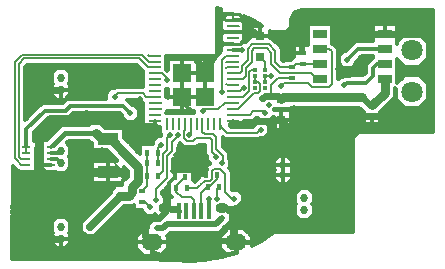
<source format=gbl>
G70*
%OFA0B0*%
%FSLAX24Y24*%
%IPPOS*%
%LPD*%
%ADD10R,0.0100X0.0394*%
%ADD12R,0.0157X0.0130*%
%ADD13R,0.0157X0.0197*%
%ADD15R,0.0157X0.0531*%
%ADD17R,0.0197X0.0157*%
%ADD26R,0.0276X0.0098*%
%ADD30R,0.0315X0.0315*%
%ADD34R,0.0354X0.0630*%
%ADD35R,0.0394X0.0100*%
%ADD43R,0.0472X0.0315*%
%ADD47R,0.0591X0.0591*%
%ADD50R,0.0709X0.0394*%
%ADD56C,0.0060*%
%ADD57C,0.0063*%
%ADD59C,0.0079*%
%ADD62C,0.0098*%
%ADD64C,0.0102*%
%ADD66C,0.0118*%
%ADD67C,0.0134*%
%ADD68C,0.0138*%
%ADD69C,0.0157*%
%ADD70C,0.0197*%
%ADD71C,0.0236*%
%ADD72O,0.0236X0.0276*%
%ADD73C,0.0256*%
%ADD74C,0.0276*%
%ADD75C,0.0315*%
%ADD79O,0.0433X0.0354*%
%ADD82O,0.0709X0.0551*%
%ADD83C,0.0709*%
%ADD87C,0.1260*%
D10*
X016821Y016486D03*
X018199Y016486D03*
X018396Y016486D03*
X017608Y016486D03*
X017805Y016486D03*
X017411Y016486D03*
X018002Y016486D03*
X018593Y016486D03*
X017018Y016486D03*
X017215Y016486D03*
D12*
X020094Y018091D03*
X020094Y018287D03*
X019740Y018287D03*
X019740Y018091D03*
X019740Y017894D03*
X020094Y017894D03*
X020094Y017697D03*
X019740Y017697D03*
D13*
X016165Y015539D03*
X016520Y015539D03*
X018190Y014395D03*
X016165Y015181D03*
X018544Y014395D03*
X016165Y014744D03*
X016520Y014744D03*
X018481Y014792D03*
X018127Y014792D03*
X017485Y014342D03*
X017426Y014706D03*
X017131Y014342D03*
X017072Y014706D03*
X016520Y015181D03*
D15*
X018214Y013597D03*
X017964Y013597D03*
X017214Y013597D03*
X017464Y013597D03*
X017714Y013597D03*
D17*
X021339Y018858D03*
X020988Y018024D03*
X023657Y016756D03*
X021339Y018504D03*
X023657Y017110D03*
X020988Y018378D03*
X015996Y013890D03*
X015996Y014244D03*
D26*
X012953Y015717D03*
X012953Y015520D03*
X012953Y015323D03*
X012130Y015323D03*
X012130Y015717D03*
X012130Y015126D03*
X012953Y015126D03*
X012130Y015520D03*
D30*
X019929Y019437D03*
X020614Y016618D03*
X020614Y017327D03*
X019929Y018728D03*
D34*
X012547Y015425D03*
D35*
X019008Y016602D03*
X019008Y016799D03*
X016406Y016602D03*
X016406Y017390D03*
X016406Y017193D03*
X019008Y017390D03*
X019008Y017587D03*
X019008Y016996D03*
X019008Y017193D03*
X016406Y018768D03*
X016406Y018571D03*
X016406Y016799D03*
X016406Y016996D03*
X016406Y017783D03*
X016406Y017587D03*
X016406Y017980D03*
X016406Y018374D03*
X016406Y018177D03*
X019008Y019358D03*
X019008Y019161D03*
X019008Y018965D03*
X019008Y019949D03*
X019008Y020146D03*
X019008Y019555D03*
X019008Y019752D03*
X019008Y018768D03*
X019008Y018374D03*
X019008Y017783D03*
X019008Y017980D03*
X019008Y018177D03*
X019008Y018571D03*
D43*
X024087Y019004D03*
X024087Y019504D03*
X024087Y018004D03*
X024087Y018504D03*
X021921Y018504D03*
X021921Y019004D03*
X021921Y019504D03*
X021921Y018004D03*
D47*
X018100Y017396D03*
X017313Y018183D03*
X018100Y018183D03*
X017313Y017396D03*
D50*
X014843Y014894D03*
X014843Y015996D03*
D56*
X018457Y015650D02*
X018677Y015429D01*
X020063Y016909D02*
X020102Y016870D01*
X019693Y016909D02*
X020063Y016909D01*
X018457Y016047D02*
X018457Y015650D01*
X018319Y015567D02*
X018319Y015961D01*
X018449Y015437D02*
X018319Y015567D01*
X018319Y015961D02*
X018264Y016016D01*
X018449Y015386D02*
X018449Y015437D01*
X019189Y016996D02*
X019713Y017520D01*
X019008Y016996D02*
X019189Y016996D01*
X018343Y016161D02*
X018457Y016047D01*
X019854Y017894D02*
X019740Y017894D01*
X019854Y017520D02*
X019913Y017579D01*
X019713Y017520D02*
X019854Y017520D01*
X019941Y016303D02*
X019913Y016303D01*
X019913Y016303D02*
X019815Y016205D01*
X018593Y016486D02*
X018593Y016443D01*
X018593Y016443D02*
X018697Y016339D01*
X019815Y016205D02*
X018831Y016205D01*
X017476Y015929D02*
X017374Y016031D01*
X017701Y015929D02*
X017476Y015929D01*
X017374Y016244D02*
X017409Y016280D01*
X017185Y016126D02*
X017185Y016083D01*
X017374Y016031D02*
X017374Y016244D01*
X018677Y015213D02*
X018646Y015181D01*
X018677Y015429D02*
X018677Y015213D01*
X017185Y016083D02*
X016984Y015882D01*
X016091Y013890D02*
X016256Y013724D01*
X015996Y013890D02*
X016091Y013890D01*
X016835Y016039D02*
X016921Y016126D01*
X016835Y015634D02*
X016835Y016039D01*
X018071Y016161D02*
X018343Y016161D01*
X016689Y015488D02*
X016835Y015634D01*
X016689Y014913D02*
X016689Y015488D01*
X019008Y016799D02*
X019583Y016799D01*
X019583Y016799D02*
X019693Y016909D01*
X016520Y015685D02*
X016630Y015795D01*
X016520Y015539D02*
X016520Y015685D01*
X017608Y016167D02*
X017563Y016122D01*
X016815Y014685D02*
X016650Y014520D01*
X016815Y015421D02*
X016815Y014685D01*
X016984Y015882D02*
X016984Y015591D01*
X017608Y016486D02*
X017608Y016167D01*
X016984Y015591D02*
X016815Y015421D01*
X020094Y018091D02*
X020094Y017894D01*
X020094Y018287D02*
X020094Y018563D01*
X019567Y018220D02*
X019567Y017602D01*
X020094Y018563D02*
X019929Y018728D01*
X015894Y018677D02*
X012059Y018677D01*
X012059Y018677D02*
X011874Y018492D01*
X011988Y018803D02*
X011740Y018555D01*
X019740Y018091D02*
X019740Y017894D01*
X015976Y018803D02*
X011988Y018803D01*
X018831Y016205D02*
X018697Y016339D01*
X019740Y018287D02*
X019634Y018287D01*
X019567Y017602D02*
X019531Y017567D01*
X019634Y018287D02*
X019567Y018220D01*
X020106Y018102D02*
X020094Y018091D01*
X020280Y018102D02*
X020106Y018102D01*
X018002Y016486D02*
X018002Y016230D01*
X017787Y016016D02*
X017701Y015929D01*
X019913Y017835D02*
X019854Y017894D01*
X019913Y017579D02*
X019913Y017835D01*
X018264Y016016D02*
X017787Y016016D01*
X018002Y016230D02*
X018071Y016161D01*
X016406Y018374D02*
X016197Y018374D01*
X016197Y018374D02*
X015894Y018677D01*
X016213Y018768D02*
X016193Y018787D01*
X016209Y018571D02*
X015976Y018803D01*
X016406Y018768D02*
X016213Y018768D01*
X016661Y018177D02*
X016803Y018035D01*
X016803Y018035D02*
X016803Y017949D01*
X016406Y018177D02*
X016661Y018177D01*
X017830Y014342D02*
X017929Y014441D01*
X017485Y014342D02*
X017830Y014342D01*
X018076Y014588D02*
X017929Y014441D01*
X015433Y014831D02*
X014654Y015610D01*
X016406Y018571D02*
X016209Y018571D01*
X015433Y014803D02*
X015433Y014831D01*
X018241Y014588D02*
X018076Y014588D01*
X021921Y018504D02*
X021339Y018504D01*
X021339Y018504D02*
X021114Y018504D01*
X016406Y016996D02*
X016610Y016996D01*
X021114Y018504D02*
X020988Y018378D01*
X021921Y018004D02*
X021803Y018004D01*
X020591Y018378D02*
X020421Y018547D01*
X021803Y018004D02*
X021610Y018197D01*
X020575Y018197D02*
X020295Y018476D01*
X021610Y018197D02*
X020575Y018197D01*
X016610Y016996D02*
X016646Y017031D01*
X018469Y014000D02*
X018469Y014319D01*
X018469Y014319D02*
X018544Y014395D01*
X016165Y014413D02*
X015996Y014244D01*
X017072Y014857D02*
X017024Y014906D01*
X017072Y014706D02*
X017072Y014857D01*
X016126Y017390D02*
X016004Y017512D01*
X016406Y017390D02*
X016126Y017390D01*
X016165Y014744D02*
X016165Y015181D01*
X020988Y018378D02*
X020591Y018378D01*
X016520Y014744D02*
X016689Y014913D01*
X016445Y014315D02*
X016650Y014520D01*
X016445Y013957D02*
X016445Y014315D01*
X016165Y015181D02*
X016165Y015539D01*
X016520Y015181D02*
X016520Y015539D01*
X016165Y014744D02*
X016165Y014413D01*
X019008Y019752D02*
X019209Y019752D01*
X019209Y019752D02*
X019217Y019760D01*
X018650Y018634D02*
X018781Y018765D01*
X018650Y017551D02*
X018650Y018634D01*
X018795Y018571D02*
X018779Y018554D01*
X018481Y014792D02*
X018481Y014651D01*
X018481Y014651D02*
X018245Y014414D01*
X018210Y014414D02*
X018190Y014395D01*
X018245Y014414D02*
X018210Y014414D01*
X018803Y018374D02*
X018780Y018350D01*
X019008Y018571D02*
X018795Y018571D01*
X019008Y018374D02*
X018803Y018374D01*
X019383Y019556D02*
X019383Y019310D01*
X019383Y019310D02*
X019402Y019291D01*
X018531Y016976D02*
X018067Y016976D01*
X018067Y016976D02*
X018020Y016929D01*
X018748Y017193D02*
X018531Y016976D01*
X017409Y016280D02*
X017409Y016484D01*
X017409Y016484D02*
X017411Y016486D01*
X019008Y017193D02*
X018748Y017193D01*
X018839Y017783D02*
X018791Y017831D01*
X019008Y017783D02*
X018839Y017783D01*
X016610Y017193D02*
X016646Y017228D01*
X018303Y014650D02*
X018241Y014588D01*
X018579Y015004D02*
X018378Y015004D01*
X018303Y014929D02*
X018303Y014650D01*
X016406Y017193D02*
X016610Y017193D01*
X019343Y017984D02*
X019012Y017984D01*
X019516Y018622D02*
X019319Y018425D01*
X019516Y019000D02*
X019516Y018622D01*
X019646Y018925D02*
X019646Y018567D01*
X017131Y014342D02*
X017131Y014410D01*
X019646Y018567D02*
X019445Y018366D01*
X019445Y018366D02*
X019445Y018087D01*
X019012Y017984D02*
X019008Y017980D01*
X019445Y018087D02*
X019343Y017984D01*
X019760Y019606D02*
X019929Y019437D01*
X019654Y019606D02*
X019760Y019606D01*
X018339Y018626D02*
X017791Y018626D01*
X017304Y014047D02*
X017135Y014216D01*
X017714Y013955D02*
X017622Y014047D01*
X017622Y014047D02*
X017304Y014047D01*
X017714Y013597D02*
X017714Y013955D01*
X018752Y014831D02*
X018579Y015004D01*
X018752Y014228D02*
X018752Y014831D01*
X018378Y015004D02*
X018303Y014929D01*
X017135Y014216D02*
X017135Y014338D01*
X017135Y014338D02*
X017131Y014342D01*
X018976Y014004D02*
X018752Y014228D01*
X019055Y014004D02*
X018976Y014004D01*
X017131Y014410D02*
X017426Y014706D01*
X020146Y019008D02*
X019728Y019008D01*
X019728Y019008D02*
X019646Y018925D01*
X011740Y018555D02*
X011740Y015343D01*
X019661Y019146D02*
X019516Y019000D01*
X020205Y019146D02*
X019661Y019146D01*
X020295Y018476D02*
X020295Y018858D01*
X020295Y018858D02*
X020146Y019008D01*
X016004Y017512D02*
X015201Y017512D01*
X019319Y018425D02*
X019319Y018248D01*
X019319Y018248D02*
X019248Y018177D01*
X015201Y017512D02*
X015083Y017394D01*
X019248Y018177D02*
X019008Y018177D01*
X011957Y015126D02*
X011803Y015280D01*
X019354Y017390D02*
X019531Y017567D01*
X019008Y017390D02*
X019354Y017390D01*
X019008Y017587D02*
X019256Y017587D01*
X019256Y017587D02*
X019370Y017701D01*
X020421Y018929D02*
X020205Y019146D01*
X012130Y015323D02*
X011953Y015323D01*
X011953Y015323D02*
X011925Y015350D01*
X011874Y015402D02*
X011925Y015350D01*
X011740Y015343D02*
X011803Y015280D01*
X011874Y018492D02*
X011874Y015402D01*
X020421Y018547D02*
X020421Y018929D01*
X012130Y015126D02*
X011957Y015126D01*
X017964Y013597D02*
X017964Y014181D01*
X017964Y014181D02*
X018165Y014382D01*
X018177Y014382D02*
X018190Y014395D01*
X016817Y016482D02*
X016821Y016486D01*
X018165Y014382D02*
X018177Y014382D01*
X012130Y015520D02*
X012130Y015717D01*
X018781Y018765D02*
X019005Y018765D01*
X019005Y018765D02*
X019008Y018768D01*
X016817Y016400D02*
X016817Y016482D01*
X017464Y013597D02*
X017464Y013819D01*
X017464Y013819D02*
X017445Y013839D01*
D57*
X020035Y017402D02*
X019976Y017343D01*
X020165Y017402D02*
X020035Y017402D01*
X020283Y017520D02*
X020165Y017402D01*
X020283Y017795D02*
X020283Y017520D01*
X020512Y018024D02*
X020283Y017795D01*
X020988Y018024D02*
X020512Y018024D01*
X020705Y017850D02*
X020622Y017768D01*
X021531Y017850D02*
X020705Y017850D01*
X022311Y017819D02*
X022217Y017724D01*
X022311Y018906D02*
X022311Y017819D01*
X021657Y017724D02*
X021531Y017850D01*
X022217Y017724D02*
X021657Y017724D01*
X021921Y019004D02*
X022213Y019004D01*
X022213Y019004D02*
X022311Y018906D01*
D59*
X012547Y015425D02*
X012547Y015260D01*
X012547Y015587D02*
X012547Y015425D01*
X017072Y014706D02*
X017068Y014706D01*
X017068Y014706D02*
X017024Y014661D01*
X019008Y019949D02*
X019008Y020146D01*
D62*
X019008Y020146D02*
X018799Y020146D01*
X019228Y020146D02*
X019390Y019984D01*
X019008Y020146D02*
X019228Y020146D01*
X018799Y020146D02*
X018693Y020039D01*
X018783Y019949D02*
X018693Y020039D01*
X019008Y019949D02*
X018783Y019949D01*
D64*
X019256Y019161D02*
X019332Y019237D01*
X019008Y019161D02*
X019256Y019161D01*
D66*
X020228Y016432D02*
X020228Y016430D01*
X020390Y016999D02*
X020390Y016992D01*
X019812Y016591D02*
X019965Y016591D01*
X019973Y016583D02*
X019965Y016591D01*
X020232Y016583D02*
X020078Y016583D01*
X019654Y016430D02*
X019654Y016432D01*
X023382Y016500D02*
X023382Y016854D01*
X019654Y016432D02*
X019812Y016591D01*
X020070Y016591D02*
X020078Y016583D01*
X023933Y016500D02*
X023382Y016500D01*
X024430Y017392D02*
X024230Y017193D01*
X019539Y016580D02*
X019670Y016580D01*
X022703Y018104D02*
X022914Y018104D01*
X019670Y016580D02*
X019781Y016690D01*
X022709Y018106D02*
X022674Y018071D01*
X019676Y016582D02*
X019539Y016582D01*
X022531Y018399D02*
X022531Y017998D01*
X024243Y017193D02*
X024230Y017193D01*
X024430Y017686D02*
X024430Y017669D01*
X024433Y017383D02*
X024243Y017193D01*
X023439Y018257D02*
X023439Y018399D01*
X023272Y016987D02*
X023382Y016877D01*
X022962Y018347D02*
X022703Y018347D01*
X023013Y018399D02*
X022962Y018347D01*
X022703Y018347D02*
X022651Y018399D01*
X024445Y017322D02*
X024445Y017669D01*
X022605Y018071D02*
X022674Y018071D01*
X020827Y015429D02*
X020996Y015260D01*
X020228Y016174D02*
X020070Y016016D01*
X020070Y016016D02*
X019936Y016016D01*
X020228Y016430D02*
X020228Y016174D01*
X020996Y015260D02*
X020996Y014984D01*
X020996Y014984D02*
X020971Y014959D01*
X020949Y016430D02*
X020949Y016953D01*
X024744Y017024D02*
X024445Y017322D01*
X020280Y016430D02*
X020280Y016631D01*
X023933Y016500D02*
X023933Y016854D01*
X020949Y016992D02*
X020770Y016992D01*
X025233Y017024D02*
X024744Y017024D01*
X016780Y016856D02*
X016780Y016860D01*
X024744Y018110D02*
X025233Y018110D01*
X025233Y018110D02*
X025531Y017811D01*
X025531Y017322D02*
X025233Y017024D01*
X025531Y017811D02*
X025531Y017322D01*
X023354Y018106D02*
X023437Y018189D01*
X019781Y016690D02*
X019865Y016690D01*
X020280Y016283D02*
X020280Y016430D01*
X020949Y016283D02*
X020949Y016430D01*
X020949Y016283D02*
X020280Y016283D01*
X020382Y014657D02*
X020382Y014933D01*
X020827Y014488D02*
X020551Y014488D01*
X020551Y014488D02*
X020382Y014657D01*
X020996Y014657D02*
X020827Y014488D01*
X020382Y014933D02*
X020407Y014959D01*
X020996Y014657D02*
X020996Y014933D01*
X014813Y015622D02*
X014311Y015622D01*
X015504Y014919D02*
X015374Y015049D01*
X012445Y015917D02*
X012638Y015917D01*
X023382Y016873D02*
X023219Y017035D01*
X012445Y015917D02*
X012445Y015943D01*
X017034Y015331D02*
X017034Y014981D01*
X023382Y016877D02*
X023382Y016896D01*
X023354Y018106D02*
X022709Y018106D01*
X017257Y015845D02*
X017254Y015842D01*
X018674Y016055D02*
X018743Y015986D01*
X018676Y015740D02*
X018768Y015648D01*
X020382Y014984D02*
X020382Y015260D01*
X020390Y016953D02*
X020949Y016953D01*
X024500Y017867D02*
X024500Y018169D01*
X020280Y016631D02*
X020232Y016583D01*
X020949Y017035D02*
X023219Y017035D01*
X020949Y017035D02*
X020949Y016992D01*
X024500Y017867D02*
X024744Y018110D01*
X025693Y016969D02*
X025689Y016516D01*
X025689Y018399D02*
X025693Y016969D01*
X025689Y016516D02*
X025689Y016430D01*
X022670Y018071D02*
X022703Y018104D01*
X022531Y017998D02*
X022605Y018071D01*
X020078Y016583D02*
X020228Y016432D01*
X019965Y016591D02*
X019865Y016690D01*
X020078Y016583D02*
X019973Y016583D01*
X020382Y015260D02*
X020551Y015429D01*
X020551Y015429D02*
X020827Y015429D01*
X019965Y016591D02*
X020070Y016591D01*
X020770Y016992D02*
X020390Y016992D01*
X020390Y016992D02*
X020390Y016953D01*
X020770Y016992D02*
X020761Y016984D01*
X023382Y016854D02*
X023382Y016873D01*
X023933Y016854D02*
X023933Y016896D01*
X016841Y017343D02*
X016841Y017661D01*
X016841Y017661D02*
X016780Y017661D01*
X016847Y016923D02*
X016784Y016860D01*
X015303Y016779D02*
X015240Y016843D01*
X016031Y017026D02*
X016031Y017163D01*
X019184Y014291D02*
X019343Y014133D01*
X016847Y016923D02*
X017628Y016923D01*
X016780Y017556D02*
X016780Y017617D01*
X016031Y018011D02*
X016031Y018147D01*
X016031Y017814D02*
X016031Y017950D01*
X017628Y016923D02*
X017732Y016923D01*
X016780Y018344D02*
X016780Y018366D01*
X016031Y018207D02*
X016031Y018233D01*
X019936Y016016D02*
X019908Y015988D01*
X019654Y016424D02*
X019654Y016430D01*
X016031Y017731D02*
X015113Y017731D01*
X020971Y014959D02*
X020996Y014933D01*
X013589Y012905D02*
X013550Y012866D01*
X018971Y014462D02*
X018971Y014319D01*
X016031Y017729D02*
X016031Y017753D01*
X019654Y016424D02*
X019539Y016424D01*
X018938Y013230D02*
X018780Y013072D01*
X018780Y013072D02*
X018770Y013072D01*
X015916Y017293D02*
X016031Y017178D01*
X013546Y017827D02*
X013585Y017788D01*
X013009Y017827D02*
X012970Y017866D01*
X017639Y016860D02*
X017732Y016860D01*
X019382Y016572D02*
X019382Y016580D01*
X015060Y017681D02*
X015108Y017729D01*
X016791Y016860D02*
X016987Y016860D01*
X016987Y016860D02*
X017048Y016860D01*
X017184Y016860D02*
X017245Y016860D01*
X014795Y017339D02*
X013499Y017339D01*
X015686Y013755D02*
X015681Y013755D01*
X019343Y013875D02*
X019184Y013717D01*
X013288Y016430D02*
X013316Y016458D01*
X014795Y017339D02*
X014795Y017523D01*
X017732Y016860D02*
X017732Y016923D01*
X013316Y016458D02*
X013543Y016458D01*
X017048Y016860D02*
X017184Y016860D01*
X017245Y016860D02*
X017381Y016860D01*
X017442Y016860D02*
X017578Y016860D01*
X016031Y016572D02*
X016031Y016769D01*
X016031Y016769D02*
X016031Y016830D01*
X016031Y016830D02*
X016031Y016966D01*
X016780Y016860D02*
X016784Y016860D01*
X015678Y013752D02*
X015681Y013755D01*
X015129Y014445D02*
X014921Y014237D01*
X014921Y014237D02*
X014921Y014165D01*
X019343Y014133D02*
X019343Y013875D01*
X019184Y013717D02*
X019070Y013717D01*
X016866Y014427D02*
X016743Y014303D01*
X020407Y014959D02*
X020382Y014984D01*
X012093Y016629D02*
X012643Y017179D01*
X015491Y017293D02*
X015654Y017130D01*
X015654Y017130D02*
X015720Y017130D01*
X019908Y015988D02*
X019722Y015988D01*
X019539Y015986D02*
X019903Y015986D01*
X016784Y016860D02*
X016791Y016860D01*
X015488Y017293D02*
X015916Y017293D01*
X013338Y017181D02*
X013493Y017336D01*
X013338Y017181D02*
X012649Y017181D01*
X013689Y016843D02*
X013701Y016843D01*
X013701Y016843D02*
X015240Y016843D01*
X013701Y016843D02*
X013546Y016688D01*
X013350Y017181D02*
X013338Y017181D01*
X016031Y018147D02*
X016031Y018207D01*
X016780Y017404D02*
X016841Y017343D01*
X016780Y017404D02*
X016780Y017420D01*
X016780Y017420D02*
X016780Y017556D01*
X016031Y017753D02*
X016031Y017814D01*
X016031Y018230D02*
X015862Y018399D01*
X016031Y017950D02*
X016031Y018011D01*
X017381Y016860D02*
X017442Y016860D01*
X017578Y016860D02*
X017639Y016860D01*
X016784Y016860D02*
X016780Y016856D01*
X016031Y017163D02*
X016031Y017174D01*
X016780Y017617D02*
X016780Y017661D01*
X016031Y016966D02*
X016031Y017026D01*
X016050Y013012D02*
X016185Y013012D01*
X016858Y012733D02*
X016828Y012764D01*
X016858Y012493D02*
X016858Y012733D01*
X025689Y016209D02*
X023173Y016209D01*
X015772Y012733D02*
X015772Y012493D01*
X016050Y013012D02*
X015772Y012733D01*
X016958Y014040D02*
X016973Y014040D01*
X023173Y016209D02*
X023020Y016020D01*
X023020Y016020D02*
X023020Y014736D01*
X023020Y014736D02*
X023020Y014462D01*
X016343Y013323D02*
X016578Y013323D01*
X016185Y013165D02*
X016343Y013323D01*
X016732Y014086D02*
X016732Y014063D01*
X014219Y016461D02*
X013322Y016461D01*
X014219Y016461D02*
X014294Y016536D01*
X016780Y018369D02*
X016841Y018308D01*
X012851Y016685D02*
X012596Y016430D01*
X012851Y016685D02*
X013540Y016685D01*
X014219Y016461D02*
X014294Y016536D01*
X016841Y018305D02*
X016841Y018399D01*
X016781Y016860D02*
X016829Y016908D01*
X019903Y015986D02*
X019933Y016016D01*
X025689Y016430D02*
X025689Y016209D01*
X016841Y018305D02*
X016780Y018366D01*
X016780Y018366D02*
X016780Y018399D01*
X019382Y016580D02*
X019539Y016580D01*
X019539Y012851D02*
X019379Y013012D01*
X011677Y014965D02*
X011676Y015097D01*
X011673Y014689D02*
X011677Y014965D01*
X011671Y014462D02*
X011673Y014689D01*
X015374Y014620D02*
X015374Y015049D01*
X015150Y015268D02*
X015150Y015286D01*
X015150Y015268D02*
X015156Y015268D01*
X013292Y016430D02*
X013161Y016300D01*
X012596Y016430D02*
X012378Y016212D01*
X014694Y016430D02*
X014754Y016370D01*
X014303Y015846D02*
X014311Y015838D01*
X011864Y014909D02*
X011815Y014958D01*
X011738Y015038D02*
X011815Y014961D01*
X011710Y015063D02*
X011676Y015097D01*
X014311Y015833D02*
X014219Y015925D01*
X014311Y015833D02*
X014219Y015925D01*
X014311Y015833D02*
X014311Y015838D01*
X017328Y014981D02*
X017682Y014981D01*
X017741Y014563D02*
X017836Y014658D01*
X017741Y014563D02*
X017836Y014658D01*
X015374Y016041D02*
X015640Y015776D01*
X015374Y014608D02*
X015504Y014738D01*
X015374Y014608D02*
X015374Y014620D01*
X015374Y014620D02*
X015498Y014744D01*
X015311Y014520D02*
X015311Y014545D01*
X015307Y014520D02*
X015307Y014554D01*
X015307Y014520D02*
X014311Y014520D01*
X014694Y016430D02*
X014754Y016370D01*
X017257Y015841D02*
X017260Y015839D01*
X017788Y015710D02*
X017875Y015797D01*
X017389Y015710D02*
X017788Y015710D01*
X016616Y016138D02*
X016634Y016156D01*
X017383Y015712D02*
X017283Y015812D01*
X017569Y015712D02*
X017383Y015712D01*
X017275Y015812D02*
X017250Y015838D01*
X018100Y015468D02*
X018100Y015797D01*
X018894Y015336D02*
X018879Y015321D01*
X018894Y015522D02*
X018894Y015349D01*
X018896Y015528D02*
X018896Y015347D01*
X018776Y015648D02*
X018896Y015528D01*
X018102Y015474D02*
X018102Y015660D01*
X019539Y016424D02*
X019382Y016424D01*
X018743Y015986D02*
X019539Y015986D01*
X017254Y015842D02*
X017250Y015838D01*
X014291Y015857D02*
X014303Y015846D01*
X018738Y015988D02*
X018674Y016052D01*
X018924Y015988D02*
X018738Y015988D01*
X017257Y015839D02*
X017254Y015842D01*
X016618Y016083D02*
X016618Y016112D01*
X018674Y016052D02*
X018674Y015954D01*
X016618Y016132D02*
X016634Y016148D01*
X017283Y015812D02*
X017257Y015839D01*
X016634Y016148D02*
X016634Y016156D01*
X016618Y016112D02*
X016618Y016132D01*
X018243Y015175D02*
X018161Y015256D01*
X018243Y015175D02*
X018216Y015148D01*
X018212Y015148D02*
X018241Y015177D01*
X017260Y015839D02*
X017286Y015812D01*
X015843Y015561D02*
X015909Y015494D01*
X018132Y015068D02*
X018212Y015148D01*
X018216Y015148D02*
X018159Y015092D01*
X012378Y015943D02*
X012378Y015917D01*
X012378Y015943D02*
X012445Y015943D01*
X011815Y014958D02*
X011710Y015063D01*
X016598Y016375D02*
X016594Y016375D01*
X013474Y015859D02*
X013585Y015748D01*
X013546Y015394D02*
X013585Y015355D01*
X017878Y015797D02*
X017794Y015712D01*
X017878Y015797D02*
X018100Y015797D01*
X017836Y014658D02*
X017871Y014693D01*
X017286Y015812D02*
X017389Y015710D01*
X017286Y015812D02*
X017275Y015812D01*
X018879Y015321D02*
X018894Y015306D01*
X017075Y015371D02*
X017034Y015331D01*
X015153Y015282D02*
X015150Y015286D01*
X015839Y015564D02*
X015843Y015561D01*
X017250Y015838D02*
X017203Y015791D01*
X015504Y014744D02*
X015504Y014919D01*
X015504Y014744D02*
X015510Y014744D01*
X015167Y015268D02*
X015153Y015282D01*
X011815Y014961D02*
X011869Y014907D01*
X019382Y016424D02*
X019382Y016430D01*
X016264Y015815D02*
X016332Y015815D01*
X016332Y015815D02*
X016343Y015826D01*
X016616Y016112D02*
X016616Y016138D01*
X016616Y016112D02*
X016634Y016112D01*
X016634Y016112D02*
X016634Y016148D01*
X016332Y015815D02*
X016343Y015815D01*
X018124Y015068D02*
X018205Y015148D01*
X018124Y015068D02*
X018132Y015068D01*
X017682Y014618D02*
X017741Y014618D01*
X016343Y015815D02*
X016343Y015826D01*
X017871Y014690D02*
X017857Y014675D01*
X017871Y014690D02*
X017871Y015068D01*
X018891Y015010D02*
X018971Y014929D01*
X018891Y015010D02*
X018887Y015006D01*
X018894Y015349D02*
X018894Y015336D01*
X012638Y014933D02*
X012445Y014933D01*
X012801Y015943D02*
X013288Y016430D01*
X012801Y015943D02*
X012828Y015943D01*
X018894Y015349D02*
X018933Y015310D01*
X016616Y016083D02*
X016634Y016083D01*
X016634Y016083D02*
X016634Y016112D01*
X016594Y016375D02*
X016031Y016375D01*
X018161Y015407D02*
X018100Y015468D01*
X018161Y015407D02*
X018161Y015415D01*
X016616Y016083D02*
X016616Y016112D01*
X014311Y014520D02*
X014311Y015268D01*
X014311Y015268D02*
X015150Y015268D01*
X023382Y016896D02*
X023314Y016963D01*
X017741Y014618D02*
X017741Y014563D01*
X014311Y015622D02*
X014311Y015833D01*
X015374Y016370D02*
X015374Y016041D01*
X024500Y018339D02*
X024500Y018399D01*
X024500Y018169D02*
X024500Y018339D01*
X024430Y017669D02*
X024430Y017392D01*
X024230Y017193D02*
X023933Y016896D01*
X016875Y014067D02*
X016875Y014430D01*
X023437Y018189D02*
X023437Y018399D01*
X019784Y016690D02*
X019676Y016582D01*
X016594Y016112D02*
X016594Y016375D01*
X016594Y016112D02*
X016616Y016112D01*
X018161Y015415D02*
X018102Y015474D01*
X017034Y014981D02*
X017170Y014981D01*
X016343Y015826D02*
X016343Y015925D01*
X015909Y015494D02*
X015909Y015815D01*
X015909Y015815D02*
X016264Y015815D01*
X019070Y013551D02*
X019070Y013717D01*
X016875Y014067D02*
X016967Y014067D01*
X017682Y014981D02*
X017682Y014618D01*
X017871Y015068D02*
X018124Y015068D01*
X018768Y015648D02*
X018776Y015648D01*
X018768Y015648D02*
X018894Y015522D01*
X024433Y017669D02*
X024445Y017669D01*
X011710Y015063D02*
X011676Y015097D01*
X012378Y015917D02*
X012445Y015917D01*
X013143Y013390D02*
X013420Y013390D01*
X018887Y015006D02*
X018969Y014924D01*
X017249Y015839D02*
X017260Y015839D01*
X017203Y015791D02*
X017203Y015492D01*
X013420Y013390D02*
X013589Y013221D01*
X018571Y012733D02*
X018571Y012493D01*
X018850Y013012D02*
X018571Y012733D01*
X019379Y013012D02*
X018850Y013012D01*
X013589Y013221D02*
X013589Y012905D01*
X012638Y015917D02*
X012638Y015943D01*
X016578Y013331D02*
X016586Y013331D01*
X015969Y013595D02*
X015969Y013634D01*
X016385Y013437D02*
X016127Y013437D01*
X016127Y013437D02*
X015969Y013595D01*
X024433Y017669D02*
X024433Y017383D01*
X023382Y016873D02*
X023382Y016877D01*
X015720Y013634D02*
X015720Y013790D01*
X012974Y012511D02*
X012974Y012827D01*
X012993Y012493D02*
X012974Y012511D01*
X012974Y012905D02*
X012974Y013221D01*
X012974Y013221D02*
X013143Y013390D01*
X012974Y012827D02*
X013013Y012866D01*
X013589Y012511D02*
X013589Y012827D01*
X013589Y012511D02*
X013570Y012493D01*
X013540Y015925D02*
X014219Y015925D01*
X013540Y015925D02*
X013474Y015859D01*
X015307Y014554D02*
X015374Y014620D01*
X014303Y015846D02*
X014311Y015838D01*
X014754Y016370D02*
X015374Y016370D01*
X012378Y016212D02*
X012378Y015943D01*
X015307Y014462D02*
X015307Y014520D01*
X018969Y014924D02*
X018969Y014738D01*
X018971Y014929D02*
X018971Y014462D01*
X018205Y015148D02*
X018216Y015148D01*
X015839Y015576D02*
X015839Y015564D01*
X015843Y015585D02*
X015843Y015561D01*
X015652Y015776D02*
X015843Y015585D01*
X017201Y015498D02*
X017075Y015371D01*
X017201Y015684D02*
X017201Y015498D01*
X017083Y015371D02*
X017075Y015371D01*
X017794Y015712D02*
X017608Y015712D01*
X017836Y014658D02*
X017857Y014658D01*
X017857Y014675D02*
X017857Y014658D01*
X017203Y015492D02*
X017083Y015371D01*
X015311Y014545D02*
X015374Y014608D01*
X015498Y014744D02*
X015504Y014744D01*
X018676Y016050D02*
X018676Y015740D01*
X015153Y015270D02*
X015153Y015282D01*
X015643Y015760D02*
X015839Y015564D01*
X015311Y014462D02*
X015311Y014520D01*
X016598Y016301D02*
X016598Y016375D01*
X018161Y015256D02*
X018161Y015407D01*
X016501Y016083D02*
X016616Y016083D01*
X015374Y015049D02*
X015374Y015071D01*
X012638Y015943D02*
X012801Y015943D01*
X018933Y015052D02*
X018891Y015010D01*
X018933Y015310D02*
X018933Y015052D01*
X015504Y014738D02*
X015510Y014744D01*
X015640Y015776D02*
X015652Y015776D01*
X015640Y015776D02*
X015839Y015576D01*
X017170Y014981D02*
X017328Y014981D01*
X016343Y015925D02*
X016501Y016083D01*
X016031Y016375D02*
X016031Y016430D01*
X015504Y014738D02*
X015504Y014744D01*
X015156Y015268D02*
X015167Y015268D01*
X015150Y015286D02*
X014813Y015622D01*
X013416Y014870D02*
X013139Y014870D01*
X013585Y015433D02*
X013546Y015394D01*
X013585Y015748D02*
X013585Y015433D01*
X013139Y014870D02*
X013110Y014900D01*
X013585Y015039D02*
X013416Y014870D01*
X012445Y014900D02*
X012445Y014933D01*
X012638Y014900D02*
X013110Y014900D01*
X012638Y014900D02*
X012638Y014933D01*
X013585Y015039D02*
X013585Y015355D01*
X011815Y014900D02*
X011815Y014961D01*
X012445Y014900D02*
X011815Y014900D01*
X019404Y019220D02*
X019382Y019220D01*
X016841Y018399D02*
X016841Y018656D01*
X016841Y018656D02*
X017628Y018656D01*
X019428Y019840D02*
X019382Y019885D01*
X019428Y019664D02*
X019428Y019840D01*
X019410Y019218D02*
X019413Y019215D01*
X016780Y018399D02*
X016780Y018404D01*
X019437Y019245D02*
X019446Y019237D01*
X019433Y019853D02*
X019433Y019667D01*
X018500Y018772D02*
X018500Y018794D01*
X015862Y018399D02*
X015803Y018458D01*
X019442Y019233D02*
X019442Y019219D01*
X019417Y020071D02*
X019539Y020011D01*
X018501Y020367D02*
X018634Y020332D01*
X018431Y018732D02*
X018470Y018772D01*
X019417Y019219D02*
X019425Y019219D01*
X019433Y019667D02*
X019382Y019615D01*
X019539Y019330D02*
X019446Y019237D01*
X018433Y018727D02*
X018478Y018772D01*
X018551Y018853D02*
X018562Y018853D01*
X019382Y019245D02*
X019437Y019245D01*
X022399Y019126D02*
X022410Y019126D01*
X022399Y019126D02*
X022335Y019191D01*
X023305Y018756D02*
X023673Y018756D01*
X020264Y019365D02*
X020264Y019574D01*
X022335Y019194D02*
X022335Y019339D01*
X022335Y019194D02*
X022402Y019126D01*
X023673Y019252D02*
X023103Y019252D01*
X022335Y019169D02*
X022335Y019194D01*
X022335Y019339D02*
X022335Y019839D01*
X023305Y018756D02*
X023120Y018571D01*
X023120Y018571D02*
X023120Y018505D01*
X023673Y019252D02*
X023673Y019339D01*
X019594Y019363D02*
X019594Y019772D01*
X023673Y018698D02*
X023673Y018756D01*
X023673Y018698D02*
X023586Y018610D01*
X023582Y018610D02*
X023673Y018701D01*
X021508Y019169D02*
X021508Y019339D01*
X024500Y019169D02*
X024500Y019244D01*
X020264Y019574D02*
X020315Y019547D01*
X020512Y019148D02*
X020520Y019148D01*
X020512Y019148D02*
X020638Y019022D01*
X020640Y018638D02*
X020681Y018597D01*
X023586Y018610D02*
X023579Y018603D01*
X021063Y018721D02*
X021063Y018760D01*
X020264Y019363D02*
X020298Y019363D01*
X025228Y020287D02*
X025693Y020287D01*
X022646Y020287D02*
X025228Y020287D01*
X022228Y020287D02*
X022646Y020287D01*
X025693Y019024D02*
X025689Y018858D01*
X025693Y019504D02*
X025693Y019024D01*
X025693Y020287D02*
X025693Y019504D01*
X020976Y020067D02*
X021059Y020185D01*
X020957Y019925D02*
X020976Y020067D01*
X020957Y019713D02*
X020957Y019925D01*
X021319Y020287D02*
X022228Y020287D01*
X021177Y020264D02*
X021319Y020287D01*
X021059Y020185D02*
X021177Y020264D01*
X025689Y018858D02*
X025689Y018587D01*
X020934Y018634D02*
X021021Y018721D01*
X021508Y019114D02*
X021508Y019169D01*
X021063Y018760D02*
X021063Y019114D01*
X021508Y019339D02*
X021508Y019839D01*
X023673Y019339D02*
X023673Y019839D01*
X024500Y019339D02*
X024500Y019839D01*
X022769Y018922D02*
X023097Y019249D01*
X025689Y018587D02*
X025689Y018399D01*
X024500Y018645D02*
X024500Y018669D01*
X024500Y019244D02*
X024500Y019339D01*
X024500Y019244D02*
X024744Y019488D01*
X020713Y018597D02*
X020713Y018634D01*
X019539Y016582D02*
X019490Y016582D01*
X016863Y016939D02*
X016847Y016923D01*
X015108Y017729D02*
X015294Y017729D01*
X014294Y016536D02*
X014588Y016536D01*
X014588Y016536D02*
X014694Y016430D01*
X015978Y018286D02*
X016031Y018233D01*
X015907Y017302D02*
X015916Y017293D01*
X013585Y017866D02*
X013546Y017827D01*
X013585Y017866D02*
X013585Y018181D01*
X015113Y017731D02*
X015063Y017681D01*
X015911Y017729D02*
X016031Y017729D01*
X016033Y017173D02*
X015913Y017293D01*
X014588Y016536D02*
X014694Y016430D01*
X013350Y017190D02*
X013350Y017181D01*
X013499Y017339D02*
X013350Y017190D01*
X015591Y017190D02*
X015488Y017293D01*
X013322Y016461D02*
X013292Y016430D01*
X012093Y018399D02*
X012093Y016629D01*
X012643Y017179D02*
X012853Y017179D01*
X013689Y016834D02*
X013689Y016843D01*
X013540Y016685D02*
X013689Y016834D01*
X014294Y016536D02*
X014588Y016536D01*
X013546Y016688D02*
X013336Y016688D01*
X013493Y017336D02*
X013704Y017336D01*
X012649Y017181D02*
X012500Y017032D01*
X016841Y016923D02*
X016847Y016923D01*
X016031Y016430D02*
X016031Y016572D01*
X019382Y016430D02*
X019382Y016572D01*
X015878Y016972D02*
X015878Y016713D01*
X015720Y017130D02*
X015878Y016972D01*
X015303Y016713D02*
X015303Y016779D01*
X019594Y019365D02*
X019574Y019365D01*
X022402Y019126D02*
X022529Y018999D01*
X020713Y018597D02*
X020681Y018597D01*
X014953Y017681D02*
X015063Y017681D01*
X014795Y017523D02*
X014953Y017681D01*
X021063Y018723D02*
X021027Y018723D01*
X015878Y016713D02*
X015720Y016555D01*
X012970Y017866D02*
X012970Y018181D01*
X013139Y017303D02*
X012970Y017472D01*
X013416Y017303D02*
X013139Y017303D01*
X013416Y018350D02*
X013585Y018181D01*
X013139Y018350D02*
X013416Y018350D01*
X012970Y018181D02*
X013139Y018350D01*
X012970Y017472D02*
X012970Y017788D01*
X015461Y016555D02*
X015303Y016713D01*
X015720Y016555D02*
X015461Y016555D01*
X013585Y017472D02*
X013416Y017303D01*
X013585Y017472D02*
X013585Y017788D01*
X012970Y017788D02*
X013009Y017827D01*
X020783Y019551D02*
X020957Y019713D01*
X018470Y018772D02*
X018478Y018772D01*
X018500Y018802D02*
X018500Y018794D01*
X018500Y018802D02*
X018551Y018853D01*
X018500Y018794D02*
X018500Y018802D01*
X018500Y018794D02*
X018559Y018853D01*
X018559Y018853D02*
X018634Y018928D01*
X019382Y019885D02*
X019382Y019904D01*
X019382Y019218D02*
X019410Y019218D01*
X019413Y019215D02*
X019417Y019219D01*
X018431Y018656D02*
X018431Y018732D01*
X019425Y019219D02*
X019444Y019238D01*
X019425Y019219D02*
X019442Y019219D01*
X018478Y018772D02*
X018500Y018772D01*
X019382Y019618D02*
X019428Y019664D01*
X019382Y019585D02*
X019382Y019615D01*
X019382Y020084D02*
X019417Y020071D01*
X018634Y018925D02*
X018561Y018852D01*
X019417Y019211D02*
X019425Y019219D01*
X016780Y018601D02*
X016780Y018772D01*
X012150Y018458D02*
X012090Y018399D01*
X012150Y018458D02*
X015803Y018458D01*
X018433Y018656D02*
X018433Y018727D01*
X019382Y019904D02*
X019382Y019919D01*
X019382Y019904D02*
X019433Y019853D01*
X018634Y019131D02*
X018634Y019192D01*
X018634Y019192D02*
X018634Y019328D01*
X018634Y019328D02*
X018634Y019389D01*
X018634Y019525D02*
X018634Y019585D01*
X018634Y019979D02*
X018634Y020176D01*
X018634Y020176D02*
X018634Y020332D01*
X018634Y018995D02*
X018634Y019131D01*
X019444Y019238D02*
X019539Y019333D01*
X019446Y019237D02*
X019442Y019233D01*
X019382Y019245D02*
X019382Y019328D01*
X018634Y019722D02*
X018634Y019782D01*
X019382Y019919D02*
X019382Y019979D01*
X018634Y019919D02*
X018634Y019979D01*
X019382Y019979D02*
X019382Y020084D01*
X017628Y018656D02*
X017785Y018656D01*
X016780Y018541D02*
X016780Y018601D01*
X016780Y018404D02*
X016780Y018541D01*
X019413Y019215D02*
X019417Y019211D01*
X019382Y019220D02*
X019382Y019245D01*
X017785Y018656D02*
X018431Y018656D01*
X019382Y019328D02*
X019382Y019389D01*
X018634Y019782D02*
X018634Y019919D01*
X019382Y019525D02*
X019382Y019585D01*
X019382Y019389D02*
X019382Y019525D01*
X018634Y019389D02*
X018634Y019525D01*
X018634Y019585D02*
X018634Y019722D01*
X018634Y018925D02*
X018634Y018934D01*
X019539Y019333D02*
X019568Y019363D01*
X019574Y019365D02*
X019539Y019330D01*
X020292Y019365D02*
X020264Y019365D01*
X020640Y019028D02*
X020640Y018638D01*
X020520Y019148D02*
X020640Y019028D01*
X019568Y019363D02*
X019594Y019363D01*
X022529Y018999D02*
X022529Y018812D01*
X022433Y019092D02*
X022399Y019126D01*
X023097Y019249D02*
X023307Y019249D01*
X020424Y019233D02*
X020292Y019365D01*
X022531Y019005D02*
X022531Y018399D01*
X022410Y019126D02*
X022531Y019005D01*
X020298Y019363D02*
X020512Y019148D01*
X019539Y020011D02*
X019787Y019890D01*
X023439Y018399D02*
X023439Y018467D01*
X023439Y018467D02*
X023582Y018610D01*
X020315Y019547D02*
X020783Y019551D01*
X019922Y019812D02*
X019975Y019772D01*
X019787Y019890D02*
X019922Y019812D01*
X021021Y018721D02*
X021063Y018721D01*
X021027Y018723D02*
X020937Y018634D01*
X020638Y019022D02*
X020638Y018836D01*
X023573Y018610D02*
X023586Y018610D01*
X023437Y018474D02*
X023573Y018610D01*
X023437Y018399D02*
X023437Y018474D01*
X022545Y018764D02*
X022703Y018922D01*
X022545Y018505D02*
X022545Y018764D01*
X016780Y018772D02*
X018470Y018772D01*
X022651Y018399D02*
X022545Y018505D01*
X023120Y018505D02*
X023013Y018399D01*
X022703Y018922D02*
X022769Y018922D01*
X018500Y018802D02*
X018500Y018794D01*
X018500Y018794D02*
X018500Y018802D01*
X018634Y018934D02*
X018634Y018995D01*
X019415Y019209D02*
X019411Y019213D01*
X019411Y019213D02*
X019404Y019220D01*
X018500Y018794D02*
X018501Y020367D01*
X024744Y019488D02*
X025233Y019488D01*
X023673Y019839D02*
X024500Y019839D01*
X020713Y018634D02*
X020937Y018634D01*
X019594Y019772D02*
X019975Y019772D01*
X023103Y019252D02*
X022954Y019103D01*
X021508Y019839D02*
X022335Y019839D01*
X024500Y018399D02*
X024500Y018645D01*
X025531Y018700D02*
X025233Y018402D01*
X025531Y018700D02*
X025531Y019189D01*
X025233Y019488D02*
X025531Y019189D01*
X021063Y019114D02*
X021508Y019114D01*
X024744Y018402D02*
X024500Y018645D01*
X025233Y018402D02*
X024744Y018402D01*
X015374Y014619D02*
X015380Y014619D01*
X015374Y014698D02*
X015450Y014698D01*
X015374Y014777D02*
X015504Y014777D01*
X015307Y014540D02*
X015313Y014540D01*
X015380Y014619D02*
X015391Y014619D01*
X015450Y014698D02*
X015461Y014698D01*
X012442Y016273D02*
X013128Y016273D01*
X012515Y016351D02*
X013204Y016351D01*
X012589Y016430D02*
X013280Y016430D01*
X015374Y014855D02*
X015504Y014855D01*
X015374Y014934D02*
X015484Y014934D01*
X015374Y015013D02*
X015414Y015013D01*
X015460Y015958D02*
X016380Y015958D01*
X018890Y015013D02*
X018895Y015013D01*
X018915Y015328D02*
X020451Y015328D01*
X018155Y015406D02*
X018161Y015406D01*
X013280Y016430D02*
X013284Y016430D01*
X018895Y015013D02*
X018899Y015013D01*
X018961Y014934D02*
X018971Y014934D01*
X015609Y015800D02*
X015909Y015800D01*
X015386Y016036D02*
X016451Y016036D01*
X015535Y015879D02*
X016343Y015879D01*
X016616Y016115D02*
X016634Y016115D01*
X019382Y016430D02*
X019654Y016430D01*
X018151Y015091D02*
X018158Y015091D01*
X015759Y015643D02*
X015770Y015643D01*
X015686Y015721D02*
X015697Y015721D01*
X015366Y014619D02*
X015374Y014619D01*
X017121Y015406D02*
X018155Y015406D01*
X017190Y015485D02*
X017203Y015485D01*
X015832Y015564D02*
X015843Y015564D01*
X018971Y014698D02*
X020382Y014698D01*
X018971Y014777D02*
X020382Y014777D01*
X018971Y014855D02*
X020382Y014855D01*
X015843Y015564D02*
X015909Y015564D01*
X015782Y015643D02*
X015909Y015643D01*
X015709Y015721D02*
X015909Y015721D01*
X017201Y015643D02*
X018100Y015643D01*
X017871Y015800D02*
X018100Y015800D01*
X018857Y015564D02*
X023020Y015564D01*
X018788Y015643D02*
X023020Y015643D01*
X014700Y016430D02*
X016031Y016430D01*
X017369Y015721D02*
X017805Y015721D01*
X017805Y015721D02*
X018100Y015721D01*
X017113Y015406D02*
X017121Y015406D01*
X017183Y015485D02*
X017190Y015485D01*
X017201Y015564D02*
X018100Y015564D01*
X018886Y015328D02*
X018915Y015328D01*
X018894Y015485D02*
X023020Y015485D01*
X018894Y015406D02*
X020523Y015406D01*
X013204Y016351D02*
X013214Y016351D01*
X020996Y014777D02*
X023020Y014777D01*
X020996Y014855D02*
X023020Y014855D01*
X020382Y014934D02*
X020387Y014934D01*
X020882Y014540D02*
X023020Y014540D01*
X020996Y014934D02*
X023020Y014934D01*
X020996Y014698D02*
X023020Y014698D01*
X018699Y015721D02*
X023020Y015721D01*
X017034Y015013D02*
X017871Y015013D01*
X017034Y015091D02*
X018151Y015091D01*
X020949Y016430D02*
X025689Y016430D01*
X020949Y016351D02*
X025689Y016351D01*
X018766Y015643D02*
X018780Y015643D01*
X020954Y014619D02*
X023020Y014619D01*
X020228Y016351D02*
X020280Y016351D01*
X020228Y016194D02*
X023156Y016194D01*
X020228Y016273D02*
X025689Y016273D01*
X020168Y016115D02*
X023097Y016115D01*
X020096Y016036D02*
X023033Y016036D01*
X020228Y016430D02*
X020280Y016430D01*
X020996Y015170D02*
X023020Y015170D01*
X020927Y015328D02*
X023020Y015328D01*
X020855Y015406D02*
X023020Y015406D01*
X020996Y015013D02*
X023020Y015013D01*
X020996Y015249D02*
X023020Y015249D01*
X020996Y015091D02*
X023020Y015091D01*
X018674Y016036D02*
X018692Y016036D01*
X018674Y015958D02*
X023020Y015958D01*
X017216Y015800D02*
X017301Y015800D01*
X012378Y016194D02*
X013051Y016194D01*
X018676Y015879D02*
X023020Y015879D01*
X018676Y015800D02*
X023020Y015800D01*
X018232Y015170D02*
X018240Y015170D01*
X013532Y015800D02*
X014311Y015800D01*
X011760Y015013D02*
X011765Y015013D01*
X018879Y015328D02*
X018886Y015328D01*
X017038Y015328D02*
X018161Y015328D01*
X018158Y015091D02*
X018165Y015091D01*
X012378Y016115D02*
X012975Y016115D01*
X017203Y015485D02*
X018100Y015485D01*
X018954Y014934D02*
X018961Y014934D01*
X018850Y015564D02*
X018857Y015564D01*
X017034Y015170D02*
X018232Y015170D01*
X017034Y015249D02*
X018161Y015249D01*
X017203Y015721D02*
X017369Y015721D01*
X013496Y015879D02*
X014265Y015879D01*
X012378Y015958D02*
X012822Y015958D01*
X012378Y016036D02*
X012899Y016036D01*
X018780Y015643D02*
X018788Y015643D01*
X015770Y015643D02*
X015782Y015643D01*
X015697Y015721D02*
X015709Y015721D01*
X018971Y014934D02*
X020382Y014934D01*
X024418Y017375D02*
X024445Y017375D01*
X024345Y017296D02*
X024477Y017296D01*
X024272Y017217D02*
X024552Y017217D01*
X024406Y017375D02*
X024418Y017375D01*
X024333Y017296D02*
X024345Y017296D01*
X024260Y017217D02*
X024272Y017217D01*
X022531Y018162D02*
X023408Y018162D01*
X022531Y018320D02*
X023439Y018320D01*
X022531Y018399D02*
X022657Y018399D01*
X023353Y016903D02*
X023370Y016903D01*
X019753Y016666D02*
X019893Y016666D01*
X019684Y016588D02*
X019802Y016588D01*
X024500Y017926D02*
X024563Y017926D01*
X020152Y016509D02*
X020280Y016509D01*
X019961Y016588D02*
X019969Y016588D01*
X023933Y016903D02*
X023947Y016903D01*
X023276Y016981D02*
X023284Y016981D01*
X023348Y016903D02*
X023353Y016903D01*
X020081Y016588D02*
X020241Y016588D01*
X024500Y018005D02*
X024637Y018005D01*
X024500Y018084D02*
X024711Y018084D01*
X024500Y018162D02*
X025690Y018162D01*
X020763Y016981D02*
X023276Y016981D01*
X020390Y016981D02*
X020763Y016981D01*
X020241Y016588D02*
X020280Y016588D01*
X020949Y016509D02*
X023382Y016509D01*
X025275Y017060D02*
X025693Y017060D01*
X025350Y017139D02*
X025692Y017139D01*
X020949Y016824D02*
X023382Y016824D01*
X020949Y016588D02*
X023382Y016588D01*
X020949Y016903D02*
X023348Y016903D01*
X025531Y017375D02*
X025692Y017375D01*
X025531Y017454D02*
X025692Y017454D01*
X025531Y017532D02*
X025692Y017532D01*
X025499Y017296D02*
X025692Y017296D01*
X025424Y017217D02*
X025692Y017217D01*
X025531Y017611D02*
X025691Y017611D01*
X020949Y016745D02*
X023382Y016745D01*
X019969Y016588D02*
X020074Y016588D01*
X020074Y016588D02*
X020081Y016588D01*
X019802Y016588D02*
X019961Y016588D01*
X022531Y018005D02*
X022544Y018005D01*
X022531Y018084D02*
X022688Y018084D01*
X022531Y018241D02*
X023437Y018241D01*
X023933Y016588D02*
X025690Y016588D01*
X023933Y016509D02*
X025689Y016509D01*
X020949Y016666D02*
X023382Y016666D01*
X023933Y016666D02*
X025690Y016666D01*
X023933Y016745D02*
X025691Y016745D01*
X023933Y016824D02*
X025692Y016824D01*
X024433Y017532D02*
X024445Y017532D01*
X018933Y015249D02*
X020382Y015249D01*
X018933Y015091D02*
X020382Y015091D01*
X018933Y015170D02*
X020382Y015170D01*
X011815Y014934D02*
X011839Y014934D01*
X012445Y014934D02*
X012638Y014934D01*
X018899Y015013D02*
X020382Y015013D01*
X017682Y014619D02*
X017741Y014619D01*
X017682Y014698D02*
X017871Y014698D01*
X017682Y014777D02*
X017871Y014777D01*
X018161Y015249D02*
X018174Y015249D01*
X016594Y016115D02*
X016616Y016115D01*
X016594Y016351D02*
X016598Y016351D01*
X013585Y015328D02*
X015102Y015328D01*
X013585Y015485D02*
X014951Y015485D01*
X013585Y015564D02*
X014876Y015564D01*
X013585Y015643D02*
X014311Y015643D01*
X018971Y014619D02*
X020424Y014619D01*
X018971Y014540D02*
X020496Y014540D01*
X013560Y015406D02*
X015027Y015406D01*
X013585Y015091D02*
X014311Y015091D01*
X013585Y015170D02*
X014311Y015170D01*
X013585Y015249D02*
X014311Y015249D01*
X013585Y015721D02*
X014311Y015721D01*
X013481Y014934D02*
X014311Y014934D01*
X013553Y015013D02*
X014311Y015013D01*
X024500Y018399D02*
X025689Y018399D01*
X024500Y018320D02*
X025690Y018320D01*
X024500Y018241D02*
X025690Y018241D01*
X011677Y014934D02*
X011815Y014934D01*
X011677Y015013D02*
X011760Y015013D01*
X011676Y015091D02*
X011685Y015091D01*
X024096Y017060D02*
X024702Y017060D01*
X024433Y017611D02*
X024445Y017611D01*
X024433Y017454D02*
X024445Y017454D01*
X024171Y017139D02*
X024627Y017139D01*
X023947Y016903D02*
X025692Y016903D01*
X024022Y016981D02*
X025693Y016981D01*
X011676Y014855D02*
X014311Y014855D01*
X015374Y016036D02*
X015386Y016036D01*
X015374Y016115D02*
X016594Y016115D01*
X015374Y016194D02*
X016594Y016194D01*
X017682Y014855D02*
X017871Y014855D01*
X017682Y014934D02*
X017871Y014934D01*
X017741Y014619D02*
X017796Y014619D01*
X011673Y014619D02*
X014311Y014619D01*
X011673Y014698D02*
X014311Y014698D01*
X011674Y014777D02*
X014311Y014777D01*
X015374Y016273D02*
X016594Y016273D01*
X015374Y016351D02*
X016594Y016351D01*
X011672Y014540D02*
X014311Y014540D01*
X023156Y016194D02*
X023161Y016194D01*
X016752Y012257D02*
X018677Y012257D01*
X016826Y012336D02*
X018603Y012336D01*
X017398Y011942D02*
X017482Y011942D01*
X016858Y012493D02*
X018571Y012493D01*
X016603Y012099D02*
X018758Y012099D01*
X016677Y012178D02*
X018751Y012178D01*
X011666Y012257D02*
X015878Y012257D01*
X011666Y012336D02*
X013142Y012336D01*
X011666Y012414D02*
X013071Y012414D01*
X011665Y012021D02*
X018403Y012021D01*
X011666Y012099D02*
X016027Y012099D01*
X011666Y012178D02*
X015953Y012178D01*
X016858Y012414D02*
X018571Y012414D01*
X019789Y012493D02*
X019802Y012493D01*
X018758Y012099D02*
X018764Y012099D01*
X017482Y011942D02*
X017856Y011942D01*
X019657Y012493D02*
X019789Y012493D01*
X013492Y012414D02*
X015772Y012414D01*
X013563Y012493D02*
X015772Y012493D01*
X016027Y012099D02*
X016603Y012099D01*
X017856Y011942D02*
X017916Y011942D01*
X013142Y012336D02*
X013421Y012336D01*
X013421Y012336D02*
X015804Y012336D01*
X021580Y014304D02*
X023020Y014304D01*
X021652Y014225D02*
X023020Y014225D01*
X019584Y012808D02*
X020261Y012808D01*
X021703Y013989D02*
X023020Y013989D01*
X021703Y014068D02*
X023020Y014068D01*
X021703Y014147D02*
X023020Y014147D01*
X014623Y012966D02*
X015999Y012966D01*
X014700Y013044D02*
X016185Y013044D01*
X014778Y013123D02*
X016185Y013123D01*
X019657Y012572D02*
X019929Y012572D01*
X019657Y012651D02*
X020042Y012651D01*
X019657Y012729D02*
X020154Y012729D01*
X021703Y013910D02*
X023020Y013910D01*
X020476Y012887D02*
X021790Y012887D01*
X021790Y012887D02*
X023012Y012887D01*
X021668Y013438D02*
X023017Y013438D01*
X011666Y012493D02*
X013000Y012493D01*
X020261Y012808D02*
X020267Y012808D01*
X020369Y012887D02*
X020476Y012887D01*
X021703Y013674D02*
X023019Y013674D01*
X021703Y013753D02*
X023020Y013753D01*
X021676Y013832D02*
X023020Y013832D01*
X021596Y013359D02*
X023016Y013359D01*
X021703Y013517D02*
X023018Y013517D01*
X021703Y013595D02*
X023019Y013595D01*
X024087Y019004D02*
X023202Y019004D01*
X023202Y019004D02*
X022832Y018634D01*
X018100Y018183D02*
X018100Y017396D01*
X017313Y018183D02*
X017313Y017396D01*
X017313Y018183D02*
X018100Y018183D01*
X016894Y014531D02*
X016894Y014189D01*
X016894Y014189D02*
X016815Y014110D01*
X017024Y014661D02*
X016894Y014531D01*
X016406Y016602D02*
X016406Y016437D01*
X016406Y016437D02*
X016413Y016429D01*
X018214Y013597D02*
X018214Y013971D01*
X018214Y013971D02*
X018209Y013976D01*
X014545Y012887D02*
X015925Y012887D01*
X019296Y013832D02*
X021116Y013832D01*
X019343Y013910D02*
X021089Y013910D01*
X019343Y013989D02*
X021089Y013989D01*
X016858Y012729D02*
X018575Y012729D01*
X016732Y014068D02*
X016875Y014068D01*
X019225Y013753D02*
X021089Y013753D01*
X018834Y013123D02*
X023014Y013123D01*
X018905Y013202D02*
X023015Y013202D01*
X011666Y012572D02*
X012974Y012572D01*
X019343Y014068D02*
X021089Y014068D01*
X019323Y014147D02*
X021089Y014147D01*
X019252Y014225D02*
X021139Y014225D01*
X016858Y012651D02*
X018571Y012651D01*
X013589Y012808D02*
X014072Y012808D01*
X016119Y013438D02*
X016392Y013438D01*
X015969Y013595D02*
X015975Y013595D01*
X013589Y012572D02*
X015772Y012572D01*
X013589Y012651D02*
X015772Y012651D01*
X013589Y012729D02*
X015776Y012729D01*
X019500Y012887D02*
X020369Y012887D01*
X019428Y012966D02*
X023013Y012966D01*
X016858Y012572D02*
X018571Y012572D01*
X016875Y014068D02*
X016952Y014068D01*
X019070Y013595D02*
X021089Y013595D01*
X019070Y013674D02*
X021089Y013674D01*
X011669Y013910D02*
X014663Y013910D01*
X011669Y013989D02*
X014741Y013989D01*
X011669Y014068D02*
X014818Y014068D01*
X011668Y013674D02*
X014431Y013674D01*
X011668Y013753D02*
X014508Y013753D01*
X011669Y013832D02*
X014586Y013832D01*
X011670Y014383D02*
X015064Y014383D01*
X011671Y014462D02*
X015311Y014462D01*
X020991Y014934D02*
X020996Y014934D01*
X011669Y014147D02*
X014896Y014147D01*
X011669Y014225D02*
X014921Y014225D01*
X011670Y014304D02*
X014991Y014304D01*
X011668Y013595D02*
X014353Y013595D01*
X011667Y012887D02*
X012993Y012887D01*
X011667Y012966D02*
X012974Y012966D01*
X011667Y013044D02*
X012974Y013044D01*
X011666Y012651D02*
X012974Y012651D01*
X011667Y012729D02*
X012974Y012729D01*
X011667Y012808D02*
X012974Y012808D01*
X011668Y013359D02*
X013108Y013359D01*
X011668Y013438D02*
X014198Y013438D01*
X011668Y013517D02*
X014276Y013517D01*
X011667Y013123D02*
X012974Y013123D01*
X011667Y013202D02*
X012974Y013202D01*
X011668Y013280D02*
X013036Y013280D01*
X013455Y013359D02*
X014121Y013359D01*
X016671Y014225D02*
X016875Y014225D01*
X016737Y014304D02*
X016751Y014304D01*
X016664Y014147D02*
X016677Y014147D01*
X015685Y013753D02*
X015690Y013753D01*
X015403Y013753D02*
X015414Y013753D01*
X015414Y013753D02*
X015680Y013753D01*
X015690Y013753D02*
X015720Y013753D01*
X016960Y014068D02*
X016971Y014068D01*
X016392Y013438D02*
X016475Y013438D01*
X016664Y014225D02*
X016671Y014225D01*
X016971Y014068D02*
X016979Y014068D01*
X018986Y014304D02*
X021212Y014304D01*
X016877Y012808D02*
X018649Y012808D01*
X015010Y013359D02*
X016546Y013359D01*
X015088Y013438D02*
X016119Y013438D01*
X015165Y013517D02*
X016047Y013517D01*
X014468Y012808D02*
X015850Y012808D01*
X014855Y013202D02*
X016226Y013202D01*
X014933Y013280D02*
X016297Y013280D01*
X018730Y013044D02*
X018737Y013044D01*
X018586Y012887D02*
X018591Y012887D01*
X018658Y012966D02*
X018664Y012966D01*
X015243Y013595D02*
X015969Y013595D01*
X015320Y013674D02*
X015720Y013674D01*
X015398Y013753D02*
X015403Y013753D01*
X016821Y014383D02*
X016875Y014383D01*
X018971Y014383D02*
X023020Y014383D01*
X018971Y014462D02*
X023020Y014462D01*
X014921Y014225D02*
X014951Y014225D01*
X015680Y013753D02*
X015685Y013753D01*
X016751Y014304D02*
X016875Y014304D01*
X013589Y013123D02*
X013954Y013123D01*
X013589Y013202D02*
X013954Y013202D01*
X013527Y013280D02*
X014043Y013280D01*
X013570Y012887D02*
X014000Y012887D01*
X013589Y012966D02*
X013954Y012966D01*
X013589Y013044D02*
X013954Y013044D01*
X018895Y013202D02*
X018905Y013202D01*
X018737Y013044D02*
X023013Y013044D01*
X018591Y012887D02*
X018724Y012887D01*
X018664Y012966D02*
X018798Y012966D01*
X016873Y012808D02*
X016877Y012808D01*
X016952Y014068D02*
X016960Y014068D01*
X016677Y014147D02*
X016875Y014147D01*
X018938Y013280D02*
X023016Y013280D01*
X013954Y013202D02*
X013966Y013202D01*
X018824Y013123D02*
X018834Y013123D01*
X018962Y013438D02*
X021123Y013438D01*
X019032Y013517D02*
X021089Y013517D01*
X018938Y013359D02*
X021195Y013359D01*
X019802Y012493D02*
X019657Y012420D01*
X018816Y012116D02*
X018666Y012068D01*
X011665Y011980D02*
X011666Y012493D01*
X017214Y013597D02*
X016958Y013597D01*
X016764Y013697D02*
X017158Y013697D01*
X019657Y012420D02*
X019657Y012493D01*
X017449Y011937D02*
X017205Y011961D01*
X017709Y011929D02*
X017449Y011937D01*
X017906Y011941D02*
X017709Y011929D01*
X016193Y011984D02*
X011665Y011980D01*
X016949Y011969D02*
X016193Y011984D01*
X017205Y011961D02*
X016949Y011969D01*
X017313Y018183D02*
X017785Y018183D01*
X020689Y015122D02*
X020984Y015122D01*
X020689Y015122D02*
X020394Y015122D01*
X017313Y018183D02*
X017313Y017711D01*
X020689Y014795D02*
X020689Y015091D01*
X020689Y015122D02*
X020689Y015417D01*
X020689Y015122D02*
X020689Y014827D01*
X018100Y018183D02*
X018100Y017711D01*
X018100Y017396D02*
X018100Y017868D01*
X018100Y018183D02*
X017628Y018183D01*
X017313Y017396D02*
X017313Y017868D01*
X018100Y017396D02*
X017628Y017396D01*
X017313Y017396D02*
X017785Y017396D01*
X019906Y012555D02*
X019917Y012551D01*
X019917Y012551D02*
X019906Y012555D01*
X019906Y012555D02*
X019917Y012551D01*
X021128Y013823D02*
X021089Y013862D01*
X021664Y013823D02*
X021703Y013784D01*
X019917Y012551D02*
X019802Y012493D01*
X019906Y012555D02*
X019917Y012551D01*
X019917Y012551D02*
X019906Y012555D01*
X019906Y012555D02*
X019917Y012551D01*
X019917Y012551D02*
X019906Y012555D01*
X019906Y012555D02*
X019917Y012551D01*
X019917Y012551D02*
X019906Y012555D01*
X016050Y012083D02*
X016580Y012083D01*
X013143Y012343D02*
X012993Y012493D01*
X013420Y012343D02*
X013143Y012343D01*
X013570Y012493D02*
X013420Y012343D01*
X018083Y011957D02*
X017906Y011941D01*
X018202Y011985D02*
X018083Y011957D01*
X018666Y012068D02*
X018202Y011985D01*
X015772Y012493D02*
X015772Y012361D01*
X016858Y012361D02*
X016858Y012493D01*
X016580Y012083D02*
X016858Y012361D01*
X018571Y012361D02*
X018816Y012116D01*
X018571Y012493D02*
X018571Y012361D01*
X015772Y012361D02*
X016050Y012083D01*
X012547Y015260D02*
X012547Y014965D01*
X019008Y020146D02*
X018634Y020146D01*
X024087Y019504D02*
X024087Y019839D01*
X024087Y019504D02*
X024500Y019504D01*
X017313Y017396D02*
X016841Y017396D01*
X017313Y018183D02*
X017313Y018656D01*
X018100Y018183D02*
X018100Y018656D01*
X023657Y016756D02*
X023382Y016756D01*
X019929Y019437D02*
X019929Y019772D01*
X019929Y019437D02*
X020264Y019437D01*
X024087Y019504D02*
X023673Y019504D01*
X023657Y016756D02*
X023657Y016500D01*
X023657Y016756D02*
X023933Y016756D01*
X017313Y017396D02*
X017313Y016923D01*
X013281Y012669D02*
X013281Y012354D01*
X013281Y012669D02*
X013577Y012669D01*
X013281Y012669D02*
X012986Y012669D01*
X021096Y020210D02*
X025693Y020210D01*
X018501Y020210D02*
X018634Y020210D01*
X018501Y020288D02*
X018634Y020288D01*
X020689Y014795D02*
X020689Y014500D01*
X020689Y014795D02*
X020984Y014795D01*
X020689Y014795D02*
X020394Y014795D01*
X013278Y017630D02*
X013278Y017315D01*
X013278Y017630D02*
X013573Y017630D01*
X013278Y017630D02*
X012982Y017630D01*
X014843Y014894D02*
X014843Y015268D01*
X014843Y014894D02*
X014843Y014520D01*
X014843Y014894D02*
X015374Y014894D01*
X016315Y012547D02*
X016315Y012094D01*
X016315Y012547D02*
X016846Y012547D01*
X016315Y012547D02*
X015783Y012547D01*
X012547Y015425D02*
X012547Y015917D01*
X012547Y015587D02*
X012547Y015882D01*
X012547Y015425D02*
X012547Y014933D01*
X014843Y014894D02*
X014311Y014894D01*
X012547Y015260D02*
X012547Y015555D01*
X012547Y015587D02*
X012547Y015291D01*
X019114Y012547D02*
X018583Y012547D01*
X020614Y016618D02*
X020614Y016283D01*
X020614Y016618D02*
X020949Y016618D01*
X020614Y016618D02*
X020280Y016618D01*
X019929Y019437D02*
X019594Y019437D01*
X017072Y014706D02*
X017072Y014981D01*
X020614Y016618D02*
X020614Y016953D01*
X016764Y013697D02*
X016764Y014052D01*
X019114Y012547D02*
X019114Y013000D01*
X019114Y012547D02*
X019646Y012547D01*
X021339Y018858D02*
X021339Y019114D01*
X021339Y018858D02*
X021063Y018858D01*
X018664Y013697D02*
X019058Y013697D01*
X019917Y012551D02*
X019906Y012555D01*
X015969Y013634D02*
X015720Y013634D01*
X016866Y014430D02*
X016875Y014430D01*
X016875Y014430D02*
X016875Y014435D01*
X013013Y012866D02*
X012974Y012905D01*
X015720Y013790D02*
X015686Y013755D01*
X015720Y013790D02*
X015720Y013794D01*
X016429Y013481D02*
X016578Y013331D01*
X016586Y013331D02*
X016590Y013331D01*
X016590Y013331D02*
X016582Y013323D01*
X016967Y014067D02*
X016916Y014118D01*
X016967Y014067D02*
X016975Y014067D01*
X016429Y013481D02*
X016385Y013437D01*
X013550Y012866D02*
X013589Y012827D01*
X015405Y013752D02*
X015416Y013752D01*
X015416Y013752D02*
X015410Y013746D01*
X015416Y013752D02*
X015678Y013752D01*
X015681Y013755D02*
X015420Y013755D01*
X015681Y013755D02*
X015720Y013794D01*
X015405Y013752D02*
X015399Y013746D01*
X016993Y014040D02*
X017001Y014040D01*
X016993Y014040D02*
X016967Y014067D01*
X018971Y014319D02*
X018999Y014291D01*
X016743Y014303D02*
X016664Y014224D01*
X016866Y014427D02*
X016743Y014303D01*
X016664Y014224D02*
X016664Y014154D01*
X014133Y012749D02*
X013954Y012929D01*
X014402Y012749D02*
X014133Y012749D01*
X013954Y013197D02*
X014921Y014165D01*
X011669Y014276D02*
X011671Y014462D01*
X011666Y012493D02*
X011669Y014276D01*
X013954Y012929D02*
X013954Y013197D01*
X018560Y012866D02*
X018563Y012869D01*
X016819Y012751D02*
X016815Y012751D01*
X016812Y012748D02*
X016815Y012751D01*
X015410Y013746D02*
X015399Y013746D01*
X018567Y012869D02*
X018563Y012869D01*
X018935Y013237D02*
X018770Y013072D01*
X018938Y013419D02*
X018938Y013230D01*
X016973Y014040D02*
X016993Y014040D01*
X016602Y013323D02*
X016582Y013323D01*
X016578Y013323D02*
X016586Y013331D01*
X016830Y012762D02*
X016819Y012751D01*
X016828Y012764D02*
X016930Y012866D01*
X016973Y014040D02*
X016950Y014063D01*
X016664Y014154D02*
X016732Y014086D01*
X018770Y013072D02*
X018567Y012869D01*
X018938Y013419D02*
X019070Y013551D01*
X016578Y013323D02*
X016582Y013323D01*
X016185Y013012D02*
X016185Y013165D01*
X016732Y014063D02*
X016950Y014063D01*
X015311Y014445D02*
X015129Y014445D01*
X021703Y013784D02*
X021703Y013468D01*
X021089Y013784D02*
X021128Y013823D01*
X021089Y013468D02*
X021089Y013784D01*
X021257Y013299D02*
X021089Y013468D01*
X021534Y013299D02*
X021257Y013299D01*
X021703Y013468D02*
X021534Y013299D01*
X021257Y014346D02*
X021534Y014346D01*
X021089Y014178D02*
X021257Y014346D01*
X021089Y013862D02*
X021089Y014178D01*
X021703Y013862D02*
X021664Y013823D01*
X021703Y013862D02*
X021703Y014178D01*
X021534Y014346D02*
X021703Y014178D01*
X023020Y014462D02*
X023020Y014181D01*
X019917Y012551D02*
X019906Y012555D01*
X019906Y012555D02*
X019917Y012551D01*
X020378Y012886D02*
X019906Y012555D01*
X019906Y012555D02*
X019917Y012551D01*
X019917Y012551D02*
X019906Y012555D01*
X019906Y012555D02*
X019917Y012551D01*
X023012Y012878D02*
X021571Y012882D01*
X023020Y013709D02*
X023012Y012878D01*
X023020Y014181D02*
X023020Y013709D01*
X020657Y012882D02*
X020378Y012886D01*
X021067Y012882D02*
X020657Y012882D01*
X021571Y012882D02*
X021067Y012882D01*
X018563Y012869D02*
X018323Y012869D01*
X018563Y012869D02*
X018732Y013039D01*
X016934Y012866D02*
X018560Y012866D01*
X015399Y013746D02*
X014402Y012749D01*
X015420Y013755D02*
X015408Y013755D01*
X015420Y013755D02*
X015416Y013752D01*
X016875Y014435D02*
X016870Y014430D01*
X014921Y014165D02*
X014951Y014194D01*
X015311Y014445D02*
X015311Y014462D01*
X016934Y012866D02*
X016830Y012762D01*
X016578Y013323D02*
X016357Y013323D01*
X016815Y012751D02*
X016828Y012764D01*
X015408Y013755D02*
X015405Y013752D01*
X015307Y014445D02*
X015307Y014462D01*
X017001Y014040D02*
X016975Y014067D01*
X016870Y014430D02*
X016866Y014427D01*
X019657Y012733D02*
X019539Y012851D01*
X019657Y012493D02*
X019657Y012733D01*
X014951Y014194D02*
X014951Y014241D01*
X016582Y013323D02*
X016602Y013323D01*
X018999Y014291D02*
X019184Y014291D01*
X015408Y013755D02*
X015392Y013755D01*
X016975Y014067D02*
X016918Y014123D01*
X016930Y012866D02*
X016934Y012866D01*
X016582Y013323D02*
X016578Y013323D01*
X018501Y020131D02*
X018634Y020131D01*
X013561Y017454D02*
X014795Y017454D01*
X013585Y017532D02*
X014811Y017532D01*
X013585Y017611D02*
X014883Y017611D01*
X013139Y017296D02*
X013417Y017296D01*
X013417Y017296D02*
X013450Y017296D01*
X013489Y017375D02*
X014795Y017375D01*
X015828Y016666D02*
X016031Y016666D01*
X015878Y016745D02*
X016031Y016745D01*
X015878Y016824D02*
X016031Y016824D01*
X013585Y017690D02*
X015076Y017690D01*
X013585Y017769D02*
X016031Y017769D01*
X015757Y016588D02*
X016031Y016588D01*
X013451Y018320D02*
X015942Y018320D01*
X013673Y016824D02*
X013677Y016824D01*
X014618Y016509D02*
X016031Y016509D01*
X015912Y017296D02*
X015917Y017296D01*
X015491Y017296D02*
X015912Y017296D01*
X015560Y017217D02*
X015567Y017217D01*
X013602Y016745D02*
X013606Y016745D01*
X013585Y018084D02*
X016031Y018084D01*
X013585Y018162D02*
X016031Y018162D01*
X013523Y018241D02*
X016014Y018241D01*
X013566Y017847D02*
X016031Y017847D01*
X013585Y017926D02*
X016031Y017926D01*
X013585Y018005D02*
X016031Y018005D01*
X023120Y018556D02*
X023518Y018556D01*
X022335Y019186D02*
X022345Y019186D01*
X022335Y019580D02*
X023673Y019580D01*
X022345Y019186D02*
X023029Y019186D01*
X023259Y018714D02*
X023673Y018714D01*
X023186Y018635D02*
X023610Y018635D01*
X022335Y019658D02*
X023673Y019658D01*
X022335Y019737D02*
X023673Y019737D01*
X022335Y019816D02*
X023673Y019816D01*
X022335Y019343D02*
X023673Y019343D01*
X022335Y019422D02*
X023673Y019422D01*
X022335Y019501D02*
X023673Y019501D01*
X022335Y019265D02*
X023673Y019265D01*
X019382Y016509D02*
X019730Y016509D01*
X022496Y019029D02*
X022503Y019029D01*
X022426Y019107D02*
X022434Y019107D01*
X015878Y016903D02*
X016031Y016903D01*
X015862Y016981D02*
X016031Y016981D01*
X015791Y017060D02*
X016031Y017060D01*
X020648Y018635D02*
X020713Y018635D01*
X020264Y019422D02*
X021508Y019422D01*
X020264Y019501D02*
X021508Y019501D01*
X020713Y018635D02*
X020945Y018635D01*
X020625Y019029D02*
X020633Y019029D01*
X020555Y019107D02*
X020563Y019107D01*
X012093Y018399D02*
X015870Y018399D01*
X013677Y016824D02*
X015261Y016824D01*
X013378Y017217D02*
X013383Y017217D01*
X013450Y017296D02*
X013454Y017296D01*
X015567Y017217D02*
X015987Y017217D01*
X015639Y017139D02*
X016031Y017139D01*
X013606Y016745D02*
X015303Y016745D01*
X016822Y018320D02*
X016841Y018320D01*
X016780Y018399D02*
X016841Y018399D01*
X016819Y016903D02*
X016824Y016903D01*
X012826Y016666D02*
X015353Y016666D01*
X012677Y016509D02*
X014265Y016509D01*
X012752Y016588D02*
X015425Y016588D01*
X012596Y017139D02*
X012603Y017139D01*
X025265Y018084D02*
X025690Y018084D01*
X025490Y017847D02*
X025691Y017847D01*
X025415Y017926D02*
X025691Y017926D01*
X025531Y017769D02*
X025691Y017769D01*
X025531Y017690D02*
X025691Y017690D01*
X025340Y018005D02*
X025690Y018005D01*
X016014Y018241D02*
X016019Y018241D01*
X016809Y017375D02*
X016841Y017375D01*
X012520Y017060D02*
X012532Y017060D01*
X023007Y018399D02*
X023439Y018399D01*
X016780Y017454D02*
X016841Y017454D01*
X016780Y017532D02*
X016841Y017532D01*
X012093Y017690D02*
X012970Y017690D01*
X012093Y017769D02*
X012970Y017769D01*
X012093Y017847D02*
X012989Y017847D01*
X012093Y017454D02*
X012994Y017454D01*
X012093Y017532D02*
X012970Y017532D01*
X012093Y017611D02*
X012970Y017611D01*
X012093Y018162D02*
X012970Y018162D01*
X012093Y018241D02*
X013032Y018241D01*
X012093Y018320D02*
X013104Y018320D01*
X012093Y017926D02*
X012970Y017926D01*
X012093Y018005D02*
X012970Y018005D01*
X012093Y018084D02*
X012970Y018084D01*
X012093Y017375D02*
X013066Y017375D01*
X012093Y016666D02*
X012137Y016666D01*
X012093Y016745D02*
X012214Y016745D01*
X012093Y016824D02*
X012290Y016824D01*
X016824Y016903D02*
X017732Y016903D01*
X016780Y017611D02*
X016841Y017611D01*
X019382Y016588D02*
X019684Y016588D01*
X012093Y017139D02*
X012596Y017139D01*
X012093Y017217D02*
X013378Y017217D01*
X012093Y017296D02*
X013139Y017296D01*
X012093Y016903D02*
X012367Y016903D01*
X012093Y016981D02*
X012443Y016981D01*
X012093Y017060D02*
X012520Y017060D01*
X024500Y019580D02*
X025693Y019580D01*
X019382Y020052D02*
X019456Y020052D01*
X019382Y019973D02*
X019616Y019973D01*
X019382Y019265D02*
X019476Y019265D01*
X019382Y019501D02*
X019594Y019501D01*
X019382Y019343D02*
X019554Y019343D01*
X019382Y019580D02*
X019594Y019580D01*
X019428Y019658D02*
X019594Y019658D01*
X019428Y019737D02*
X019433Y019737D01*
X019428Y019816D02*
X019433Y019816D01*
X019421Y019658D02*
X019428Y019658D01*
X019433Y019737D02*
X019594Y019737D01*
X019433Y019816D02*
X019905Y019816D01*
X019382Y019422D02*
X019594Y019422D01*
X025527Y019186D02*
X025531Y019186D01*
X025452Y019265D02*
X025693Y019265D01*
X023089Y018477D02*
X023437Y018477D01*
X025531Y019107D02*
X025693Y019107D01*
X025303Y019422D02*
X025693Y019422D01*
X025378Y019343D02*
X025693Y019343D01*
X019382Y019895D02*
X019395Y019895D01*
X016780Y018556D02*
X016841Y018556D01*
X016780Y018477D02*
X016841Y018477D01*
X016780Y018635D02*
X016841Y018635D01*
X016780Y018714D02*
X018431Y018714D01*
X019395Y019895D02*
X019764Y019895D01*
X020957Y019816D02*
X021508Y019816D01*
X018501Y019816D02*
X018634Y019816D01*
X020957Y019895D02*
X025693Y019895D01*
X018501Y019658D02*
X018634Y019658D01*
X020957Y019737D02*
X021508Y019737D01*
X018501Y019737D02*
X018634Y019737D01*
X020974Y020052D02*
X025693Y020052D01*
X018501Y020052D02*
X018634Y020052D01*
X021021Y020131D02*
X025693Y020131D01*
X018501Y019895D02*
X018634Y019895D01*
X020963Y019973D02*
X025693Y019973D01*
X018501Y019973D02*
X018634Y019973D01*
X020899Y019658D02*
X021508Y019658D01*
X018500Y019029D02*
X018634Y019029D01*
X018500Y019107D02*
X018634Y019107D01*
X018500Y019186D02*
X018634Y019186D01*
X018500Y018792D02*
X018505Y018792D01*
X018500Y018871D02*
X018580Y018871D01*
X018500Y018950D02*
X018634Y018950D01*
X018500Y019501D02*
X018634Y019501D01*
X020814Y019580D02*
X020819Y019580D01*
X018501Y019580D02*
X018634Y019580D01*
X018500Y019265D02*
X018634Y019265D01*
X018500Y019343D02*
X018634Y019343D01*
X018500Y019422D02*
X018634Y019422D01*
X025531Y019029D02*
X025693Y019029D01*
X020323Y019343D02*
X021508Y019343D01*
X020396Y019265D02*
X021508Y019265D01*
X020469Y019186D02*
X021508Y019186D01*
X023518Y018556D02*
X023526Y018556D01*
X023437Y018477D02*
X023447Y018477D01*
X021012Y018714D02*
X021063Y018714D01*
X020640Y018871D02*
X021063Y018871D01*
X020640Y018714D02*
X021012Y018714D01*
X020640Y018635D02*
X020648Y018635D01*
X020640Y019029D02*
X021063Y019029D01*
X020640Y018950D02*
X021063Y018950D01*
X020640Y018792D02*
X021063Y018792D01*
X023447Y018477D02*
X023455Y018477D01*
X024500Y019737D02*
X025693Y019737D01*
X024500Y019816D02*
X025693Y019816D01*
X024500Y019343D02*
X024600Y019343D01*
X024500Y019422D02*
X024674Y019422D01*
X024500Y019501D02*
X025693Y019501D01*
X024500Y019658D02*
X025693Y019658D01*
X020819Y019580D02*
X021508Y019580D01*
X019905Y019816D02*
X019915Y019816D01*
X019764Y019895D02*
X019777Y019895D01*
X024500Y019265D02*
X024526Y019265D01*
X023029Y019186D02*
X023036Y019186D01*
X022954Y019107D02*
X022965Y019107D01*
X024500Y018635D02*
X024517Y018635D01*
X025312Y018477D02*
X025689Y018477D01*
X025387Y018556D02*
X025689Y018556D01*
X022417Y019107D02*
X022426Y019107D01*
X024500Y018477D02*
X024665Y018477D01*
X024500Y018556D02*
X024591Y018556D01*
X025531Y018871D02*
X025689Y018871D01*
X025531Y018714D02*
X025689Y018714D01*
X025531Y018950D02*
X025691Y018950D01*
X025462Y018635D02*
X025689Y018635D01*
X025531Y019186D02*
X025693Y019186D01*
X025531Y018792D02*
X025689Y018792D01*
X022529Y018871D02*
X022650Y018871D01*
X020389Y019265D02*
X020396Y019265D01*
X022531Y018792D02*
X022578Y018792D01*
X022531Y018714D02*
X022545Y018714D01*
X020633Y019029D02*
X020640Y019029D01*
X020563Y019107D02*
X021063Y019107D01*
X020318Y019343D02*
X020323Y019343D01*
X022434Y019107D02*
X022954Y019107D01*
X022503Y019029D02*
X022878Y019029D01*
X022529Y018950D02*
X022803Y018950D01*
X022531Y018477D02*
X022576Y018477D01*
X022531Y018556D02*
X022545Y018556D01*
X022531Y018635D02*
X022545Y018635D01*
X021295Y018902D02*
X021339Y018858D01*
X021295Y019240D02*
X021295Y018902D01*
X012748Y016933D02*
X013441Y016933D01*
X013598Y017091D02*
X015343Y017091D01*
X013441Y016933D02*
X013598Y017091D01*
X015343Y017091D02*
X015591Y016843D01*
X022559Y018276D02*
X022528Y018307D01*
X024618Y018232D02*
X024587Y018264D01*
X023165Y018276D02*
X022559Y018276D01*
X022087Y015839D02*
X022087Y015980D01*
X017307Y017217D02*
X017575Y016949D01*
X017154Y017217D02*
X017307Y017217D01*
X017313Y017396D02*
X017313Y017376D01*
X022087Y015980D02*
X021059Y017008D01*
X017313Y017376D02*
X017154Y017217D01*
X023457Y017858D02*
X022808Y017858D01*
X022808Y017858D02*
X022734Y017784D01*
X023827Y018504D02*
X023685Y018362D01*
X025567Y018232D02*
X024618Y018232D01*
X024087Y018504D02*
X023827Y018504D01*
X023685Y018362D02*
X023685Y018087D01*
X023685Y018087D02*
X023457Y017858D01*
X017946Y014792D02*
X017772Y014618D01*
X018127Y014792D02*
X017946Y014792D01*
X017776Y014622D02*
X017772Y014618D01*
X017047Y014937D02*
X017638Y014937D01*
X017638Y014937D02*
X017776Y014799D01*
X017776Y014799D02*
X017776Y014622D01*
X017134Y015016D02*
X017024Y014906D01*
X017024Y014913D02*
X017047Y014937D01*
X017134Y015465D02*
X017134Y015016D01*
X017024Y014906D02*
X017024Y014913D01*
X019008Y016602D02*
X019008Y016480D01*
X019008Y016480D02*
X018988Y016461D01*
X012953Y015126D02*
X012681Y015126D01*
X012681Y015126D02*
X012547Y015260D01*
X012130Y015717D02*
X012130Y016315D01*
X013031Y015795D02*
X012953Y015717D01*
X012953Y015323D02*
X013152Y015323D01*
X012130Y016315D02*
X012748Y016933D01*
X013152Y015323D02*
X013278Y015197D01*
X013207Y015520D02*
X013278Y015591D01*
X012953Y015520D02*
X013207Y015520D01*
D67*
X019823Y019437D02*
X019654Y019606D01*
X019654Y019606D02*
X019350Y019913D01*
X019008Y018965D02*
X019301Y018965D01*
X019929Y019437D02*
X019823Y019437D01*
X019383Y019556D02*
X019383Y019881D01*
X019383Y019881D02*
X019350Y019913D01*
X019301Y018965D02*
X019308Y018958D01*
D68*
X018689Y019551D02*
X019004Y019551D01*
X019004Y019551D02*
X019008Y019555D01*
X019383Y019288D02*
X019332Y019237D01*
X019008Y019555D02*
X019382Y019555D01*
X019382Y019555D02*
X019383Y019556D01*
X019008Y019949D02*
X019315Y019949D01*
X018689Y019161D02*
X019008Y019161D01*
X019390Y019953D02*
X019350Y019913D01*
X019315Y019949D02*
X019350Y019913D01*
X019390Y019984D02*
X019390Y019953D01*
X019383Y019556D02*
X019383Y019288D01*
D69*
X019539Y014315D02*
X019437Y014315D01*
X019437Y014315D02*
X019091Y014661D01*
X018756Y013697D02*
X018969Y013484D01*
X018664Y013697D02*
X018756Y013697D01*
X019402Y014177D02*
X019539Y014315D01*
X018664Y013697D02*
X019130Y013697D01*
X017114Y013697D02*
X017214Y013597D01*
X016764Y013697D02*
X017114Y013697D01*
X019130Y013697D02*
X019402Y013969D01*
X018969Y013484D02*
X018969Y012693D01*
X017709Y012626D02*
X019035Y012626D01*
X019402Y013969D02*
X019402Y014177D01*
X019035Y012626D02*
X019114Y012547D01*
X014441Y016193D02*
X013429Y016193D01*
X013429Y016193D02*
X013031Y015795D01*
X018969Y012693D02*
X019114Y012547D01*
X019114Y012547D02*
X019114Y012232D01*
X016315Y012547D02*
X016315Y012228D01*
X019114Y012232D02*
X018635Y012103D01*
X016315Y012228D02*
X016832Y012072D01*
X019646Y012563D02*
X019130Y012563D01*
X019130Y012563D02*
X019114Y012547D01*
D70*
X018646Y015181D03*
X016445Y013957D03*
X015965Y017854D03*
X018100Y018183D02*
X018100Y018388D01*
X015913Y017315D03*
X021295Y019240D03*
X022832Y018634D03*
X015268Y014098D03*
X018449Y015386D03*
X017185Y016126D03*
X014220Y014134D03*
X016815Y013154D02*
X018445Y013154D01*
X018445Y013154D02*
X018651Y013359D01*
X017575Y016949D03*
X022528Y018307D03*
X016921Y016126D03*
X014126Y016811D03*
X015433Y016063D03*
X019370Y017701D03*
X019055Y014004D03*
X018650Y017551D03*
X018339Y018626D03*
X017154Y017217D03*
X022734Y017784D03*
X020339Y016673D03*
X018209Y013976D03*
X019339Y015374D03*
X017024Y014906D03*
X015433Y014803D03*
X020280Y018102D03*
X019308Y018958D03*
X019539Y014315D03*
X024587Y018264D03*
X017709Y012626D03*
X023165Y018276D03*
X020232Y017122D03*
X016472Y013035D03*
X015496Y015417D03*
X017791Y018626D03*
X025035Y016764D03*
X018100Y018388D02*
X018339Y018626D01*
X025567Y018232D03*
X021059Y017008D03*
X018100Y018317D02*
X017791Y018626D01*
X018100Y018183D02*
X018100Y018317D01*
X019091Y014661D03*
X018100Y018183D03*
X020102Y016870D03*
X023714Y019504D03*
X016413Y016429D03*
X019976Y017343D03*
X018689Y019161D03*
X016630Y015795D03*
X017563Y016122D03*
X017134Y015465D03*
X017772Y014618D03*
X016831Y018291D03*
X015665Y013614D03*
X016803Y017949D03*
X015833Y015664D03*
X012083Y012817D03*
X018020Y016929D03*
X012130Y017941D03*
X018988Y016461D03*
X017528Y015087D03*
X018087Y015000D03*
X018469Y014000D03*
X019350Y019913D03*
X012896Y014173D03*
X019791Y016587D03*
X022612Y014063D03*
X019791Y016587D03*
X020681Y015602D03*
X018651Y013359D03*
X020476Y013992D03*
X014268Y013063D03*
X015083Y017394D03*
X019654Y019606D03*
X020622Y017768D03*
X014654Y015610D03*
X016472Y013035D02*
X016697Y013035D01*
X016697Y013035D02*
X016815Y013154D01*
X016256Y013724D03*
X018693Y020039D03*
X019941Y016303D03*
X014441Y016193D03*
X018689Y019551D03*
X015965Y018291D03*
X020083Y013976D03*
X015591Y016843D03*
X018087Y015000D03*
D71*
X019886Y015921D02*
X019339Y015374D01*
X020252Y016587D02*
X020339Y016673D01*
X016815Y014110D02*
X016815Y013748D01*
X016815Y013748D02*
X016764Y013697D01*
X020339Y016673D02*
X020339Y016213D01*
X020339Y016213D02*
X020047Y015921D01*
X019791Y016587D02*
X020252Y016587D01*
X020047Y015921D02*
X019886Y015921D01*
X017614Y015000D02*
X017528Y015087D01*
X023657Y017110D02*
X023579Y017110D01*
X023653Y016752D02*
X023657Y016756D01*
X020917Y015839D02*
X020681Y015602D01*
X023290Y016752D02*
X023653Y016752D01*
X020614Y016618D02*
X020394Y016618D01*
X020394Y016618D02*
X020339Y016673D01*
X024087Y019504D02*
X023714Y019504D01*
X018087Y015000D02*
X017614Y015000D01*
X022087Y015839D02*
X020917Y015839D01*
X023714Y019504D03*
X023579Y017110D02*
X023307Y017382D01*
X013278Y017630D02*
X012441Y017630D01*
X012896Y012829D02*
X013055Y012669D01*
X012896Y014173D02*
X012896Y012829D01*
X012441Y017630D02*
X012130Y017941D01*
X019976Y017343D02*
X020012Y017343D01*
X020012Y017343D02*
X020087Y017417D01*
X013055Y012669D02*
X013281Y012669D01*
X025559Y018240D02*
X025567Y018232D01*
X025567Y018232D02*
X025567Y017295D01*
X025567Y017295D02*
X025035Y016764D01*
X025559Y019240D02*
X025559Y018240D01*
X012935Y014134D02*
X012896Y014173D01*
X014220Y014134D02*
X012935Y014134D01*
X023290Y016752D02*
X023000Y016752D01*
X023000Y016752D02*
X022087Y015839D01*
X022087Y015839D02*
X021394Y015839D01*
X020689Y014795D03*
X020689Y015122D03*
X016098Y012764D02*
X016315Y012547D01*
X016098Y013134D02*
X016098Y012764D01*
X021394Y015839D02*
X020614Y016618D01*
X016559Y013354D02*
X016319Y013354D01*
X016319Y013354D02*
X016098Y013134D01*
X015799Y016429D02*
X015433Y016063D01*
X012531Y014537D02*
X012896Y014173D01*
X012531Y015031D02*
X012531Y014537D01*
X016413Y016429D02*
X015799Y016429D01*
X015000Y016811D02*
X015429Y016382D01*
X015429Y016382D02*
X015429Y016067D01*
X015429Y016067D02*
X015433Y016063D01*
X014126Y016811D02*
X015000Y016811D01*
X016764Y013697D02*
X016764Y013559D01*
X020524Y017417D02*
X020614Y017327D01*
X016764Y013559D02*
X016559Y013354D01*
X020087Y017417D02*
X020524Y017417D01*
X012547Y015587D03*
X012547Y015260D03*
X025035Y016764D02*
X023665Y016764D01*
X025295Y019504D02*
X025559Y019240D01*
X024087Y019504D02*
X025295Y019504D01*
X023665Y016764D02*
X023657Y016756D01*
D72*
X021396Y014020D03*
X013281Y012669D03*
X013278Y015591D03*
X013281Y013063D03*
X013278Y015197D03*
X013278Y018024D03*
X013278Y017630D03*
X021396Y013626D03*
D73*
X015268Y014098D02*
X015268Y014063D01*
X015268Y014063D02*
X014268Y013063D01*
D74*
X018988Y016461D02*
X019665Y016461D01*
X019665Y016461D02*
X019791Y016587D01*
D75*
X015654Y014213D02*
X015654Y014398D01*
X012531Y015031D02*
X012531Y015244D01*
X012772Y014791D02*
X012531Y015031D01*
X012906Y016646D02*
X013961Y016646D01*
X013961Y016646D02*
X014126Y016811D01*
X014843Y014894D02*
X015343Y014894D01*
X015343Y014894D02*
X015433Y014803D01*
X015850Y014594D02*
X015850Y015063D01*
X015850Y015063D02*
X015496Y015417D01*
X014843Y014894D02*
X013701Y014894D01*
X015654Y014398D02*
X015850Y014594D01*
X015539Y014098D02*
X015654Y014213D01*
X015496Y015429D02*
X014941Y015984D01*
X013598Y014791D02*
X012772Y014791D01*
X012531Y015244D02*
X012547Y015260D01*
X015496Y015417D02*
X015496Y015429D01*
X012547Y016287D02*
X012906Y016646D01*
X015268Y014098D02*
X015539Y014098D01*
X013701Y014894D02*
X013598Y014791D01*
X012547Y015587D02*
X012547Y016287D01*
X014665Y014894D02*
X014843Y014894D01*
X024087Y018004D02*
X024087Y017539D01*
X024087Y017539D02*
X023657Y017110D01*
X020669Y017382D02*
X020614Y017327D01*
X023307Y017382D02*
X020669Y017382D01*
X014638Y015996D02*
X014441Y016193D01*
X014843Y015996D02*
X014638Y015996D01*
X014941Y015984D02*
X014650Y015984D01*
X014650Y015984D02*
X014441Y016193D01*
X012547Y015260D02*
X012547Y015587D01*
D79*
X018664Y013697D03*
X016764Y013697D03*
D82*
X019114Y012547D03*
X016315Y012547D03*
D83*
X024988Y018945D03*
X024988Y017567D03*
D87*
X022087Y015839D03*
M02*

</source>
